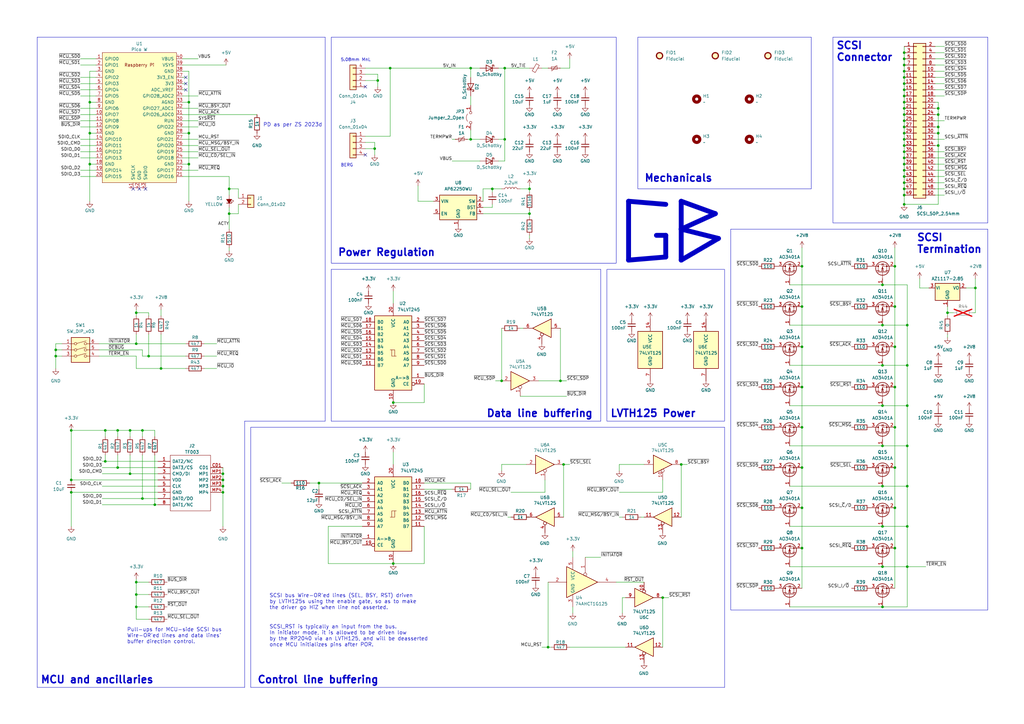
<source format=kicad_sch>
(kicad_sch (version 20230121) (generator eeschema)
  (paper "A3")
  (title_block (title "GBSCSI 2") (date "2025-03-10") (rev "1.1") (comment 1 "Drawn by; George Rudolf Mezzomo") (comment 2 "GBSCSI model 2, 3.5\" form factor"))
  (junction (at 370.84 49.53))
  (junction (at 361.95 182.88))
  (junction (at 370.84 69.85))
  (junction (at 271.78 245.11))
  (junction (at 43.18 189.23))
  (junction (at 370.84 41.91))
  (junction (at 22.86 146.05))
  (junction (at 153.67 60.96))
  (junction (at 48.26 176.53))
  (junction (at 370.84 24.13))
  (junction (at 207.01 27.94))
  (junction (at 370.84 46.99))
  (junction (at 193.04 57.15))
  (junction (at 367.03 191.77))
  (junction (at 55.88 128.27))
  (junction (at 370.84 52.07))
  (junction (at 48.26 191.77))
  (junction (at 370.84 64.77))
  (junction (at 367.03 224.79))
  (junction (at 370.84 21.59))
  (junction (at 77.47 67.31))
  (junction (at 63.5 207.01))
  (junction (at 370.84 83.82))
  (junction (at 217.17 87.63))
  (junction (at 370.84 59.69))
  (junction (at 370.84 72.39))
  (junction (at 361.95 232.41))
  (junction (at 370.84 57.15))
  (junction (at 328.93 191.77))
  (junction (at 372.11 232.41))
  (junction (at 160.02 27.94))
  (junction (at 370.84 74.93))
  (junction (at 55.88 238.76))
  (junction (at 328.93 175.26))
  (junction (at 361.95 166.37))
  (junction (at 372.11 166.37))
  (junction (at 55.88 140.97))
  (junction (at 77.47 54.61))
  (junction (at 231.14 190.5))
  (junction (at 53.34 194.31))
  (junction (at 384.81 52.07))
  (junction (at 370.84 67.31))
  (junction (at 367.03 175.26))
  (junction (at 29.21 201.93))
  (junction (at 328.93 224.79))
  (junction (at 370.84 80.01))
  (junction (at 91.44 199.39))
  (junction (at 367.03 125.73))
  (junction (at 370.84 31.75))
  (junction (at 384.81 44.45))
  (junction (at 370.84 29.21))
  (junction (at 43.18 176.53))
  (junction (at 55.88 248.92))
  (junction (at 372.11 199.39))
  (junction (at 36.83 67.31))
  (junction (at 367.03 109.22))
  (junction (at 91.44 196.85))
  (junction (at 384.81 46.99))
  (junction (at 328.93 109.22))
  (junction (at 205.74 156.21))
  (junction (at 328.93 208.28))
  (junction (at 367.03 208.28))
  (junction (at 361.95 215.9))
  (junction (at 328.93 125.73))
  (junction (at 93.98 77.47))
  (junction (at 207.01 57.15))
  (junction (at 400.05 118.11))
  (junction (at 91.44 194.31))
  (junction (at 55.88 243.84))
  (junction (at 361.95 149.86))
  (junction (at 91.44 201.93))
  (junction (at 161.29 165.1))
  (junction (at 361.95 248.92))
  (junction (at 77.47 41.91))
  (junction (at 372.11 182.88))
  (junction (at 384.81 54.61))
  (junction (at 130.81 198.12))
  (junction (at 361.95 199.39))
  (junction (at 229.87 156.21))
  (junction (at 154.94 33.02))
  (junction (at 66.04 151.13))
  (junction (at 53.34 176.53))
  (junction (at 328.93 142.24))
  (junction (at 93.98 87.63))
  (junction (at 193.04 27.94))
  (junction (at 367.03 142.24))
  (junction (at 36.83 41.91))
  (junction (at 370.84 39.37))
  (junction (at 161.29 231.14))
  (junction (at 201.93 77.47))
  (junction (at 372.11 149.86))
  (junction (at 370.84 44.45))
  (junction (at 388.62 128.27))
  (junction (at 58.42 176.53))
  (junction (at 370.84 36.83))
  (junction (at 279.4 190.5))
  (junction (at 372.11 215.9))
  (junction (at 370.84 34.29))
  (junction (at 370.84 54.61))
  (junction (at 36.83 54.61))
  (junction (at 372.11 133.35))
  (junction (at 22.86 143.51))
  (junction (at 58.42 204.47))
  (junction (at 29.21 196.85))
  (junction (at 370.84 62.23))
  (junction (at 370.84 26.67))
  (junction (at 361.95 116.84))
  (junction (at 367.03 158.75))
  (junction (at 217.17 77.47))
  (junction (at 384.81 59.69))
  (junction (at 60.96 146.05))
  (junction (at 361.95 133.35))
  (junction (at 29.21 176.53))
  (junction (at 224.79 265.43))
  (junction (at 328.93 158.75))
  (junction (at 370.84 77.47))
  (no_connect (at 76.2 36.83))
  (no_connect (at 54.61 77.47))
  (no_connect (at 149.86 35.56))
  (no_connect (at 76.2 34.29))
  (no_connect (at 76.2 31.75))
  (no_connect (at 149.86 63.5))
  (no_connect (at 59.69 77.47))
  (no_connect (at 57.15 77.47))
  (wire (pts (xy 93.98 85.09) (xy 93.98 87.63)))
  (wire (pts (xy 372.11 149.86) (xy 372.11 166.37)))
  (wire (pts (xy 217.17 76.2) (xy 217.17 77.47)))
  (wire (pts (xy 29.21 176.53) (xy 43.18 176.53)))
  (wire (pts (xy 39.37 62.23) (xy 33.02 62.23)))
  (wire (pts (xy 55.88 140.97) (xy 76.2 140.97)))
  (wire (pts (xy 149.86 27.94) (xy 160.02 27.94)))
  (wire (pts (xy 240.03 228.6) (xy 246.38 228.6)))
  (wire (pts (xy 367.03 142.24) (xy 367.03 158.75)))
  (wire (pts (xy 387.35 34.29) (xy 383.54 34.29)))
  (wire (pts (xy 48.26 176.53) (xy 43.18 176.53)))
  (wire (pts (xy 97.79 87.63) (xy 93.98 87.63)))
  (wire (pts (xy 130.81 198.12) (xy 148.59 198.12)))
  (wire (pts (xy 134.62 215.9) (xy 134.62 231.14)))
  (wire (pts (xy 41.91 191.77) (xy 48.26 191.77)))
  (wire (pts (xy 384.81 54.61) (xy 383.54 54.61)))
  (wire (pts (xy 41.91 204.47) (xy 58.42 204.47)))
  (wire (pts (xy 55.88 238.76) (xy 55.88 237.49)))
  (wire (pts (xy 64.77 201.93) (xy 29.21 201.93)))
  (wire (pts (xy 60.96 248.92) (xy 55.88 248.92)))
  (wire (pts (xy 74.93 29.21) (xy 77.47 29.21)))
  (wire (pts (xy 254 212.09) (xy 255.27 212.09)))
  (polyline (pts (xy 100.33 281.94) (xy 100.33 172.72)))
  (wire (pts (xy 173.99 231.14) (xy 173.99 215.9)))
  (wire (pts (xy 323.85 248.92) (xy 361.95 248.92)))
  (wire (pts (xy 83.82 151.13) (xy 88.9 151.13)))
  (wire (pts (xy 367.03 208.28) (xy 367.03 224.79)))
  (wire (pts (xy 370.84 77.47) (xy 370.84 80.01)))
  (wire (pts (xy 234.95 251.46) (xy 234.95 248.92)))
  (polyline (pts (xy 297.18 281.94) (xy 297.18 175.26)))
  (wire (pts (xy 22.86 146.05) (xy 25.4 146.05)))
  (wire (pts (xy 53.34 176.53) (xy 48.26 176.53)))
  (wire (pts (xy 193.04 39.37) (xy 193.04 43.18)))
  (wire (pts (xy 161.29 185.42) (xy 161.29 190.5)))
  (wire (pts (xy 233.68 190.5) (xy 231.14 190.5)))
  (wire (pts (xy 384.81 52.07) (xy 383.54 52.07)))
  (polyline (pts (xy 15.24 15.24) (xy 15.24 281.94)))
  (wire (pts (xy 207.01 66.04) (xy 204.47 66.04)))
  (wire (pts (xy 328.93 158.75) (xy 328.93 175.26)))
  (wire (pts (xy 74.93 44.45) (xy 81.28 44.45)))
  (polyline (pts (xy 133.35 172.72) (xy 133.35 15.24)))
  (wire (pts (xy 97.79 87.63) (xy 97.79 83.82)))
  (wire (pts (xy 323.85 182.88) (xy 361.95 182.88)))
  (wire (pts (xy 40.64 143.51) (xy 58.42 143.51)))
  (wire (pts (xy 149.86 33.02) (xy 154.94 33.02)))
  (wire (pts (xy 388.62 137.16) (xy 388.62 138.43)))
  (wire (pts (xy 372.11 166.37) (xy 372.11 182.88)))
  (wire (pts (xy 41.91 194.31) (xy 53.34 194.31)))
  (wire (pts (xy 361.95 199.39) (xy 372.11 199.39)))
  (wire (pts (xy 39.37 64.77) (xy 33.02 64.77)))
  (wire (pts (xy 33.02 34.29) (xy 39.37 34.29)))
  (wire (pts (xy 58.42 143.51) (xy 58.42 146.05)))
  (wire (pts (xy 387.35 80.01) (xy 383.54 80.01)))
  (wire (pts (xy 63.5 176.53) (xy 63.5 179.07)))
  (wire (pts (xy 36.83 41.91) (xy 36.83 54.61)))
  (wire (pts (xy 93.98 77.47) (xy 93.98 80.01)))
  (wire (pts (xy 74.93 46.99) (xy 105.41 46.99)))
  (wire (pts (xy 53.34 194.31) (xy 64.77 194.31)))
  (wire (pts (xy 396.24 118.11) (xy 400.05 118.11)))
  (wire (pts (xy 22.86 143.51) (xy 22.86 146.05)))
  (wire (pts (xy 173.99 198.12) (xy 193.04 198.12)))
  (wire (pts (xy 55.88 248.92) (xy 55.88 243.84)))
  (wire (pts (xy 370.84 67.31) (xy 370.84 69.85)))
  (polyline (pts (xy 294.64 97.79) (xy 279.4 93.98)) (stroke (width 2)))
  (wire (pts (xy 387.35 29.21) (xy 383.54 29.21)))
  (wire (pts (xy 201.93 77.47) (xy 201.93 78.74)))
  (wire (pts (xy 328.93 191.77) (xy 328.93 208.28)))
  (wire (pts (xy 177.8 82.55) (xy 171.45 82.55)))
  (wire (pts (xy 254 201.93) (xy 271.78 201.93)))
  (polyline (pts (xy 246.38 110.49) (xy 135.89 110.49)))
  (wire (pts (xy 387.35 36.83) (xy 383.54 36.83)))
  (wire (pts (xy 39.37 72.39) (xy 33.02 72.39)))
  (wire (pts (xy 370.84 62.23) (xy 370.84 64.77)))
  (wire (pts (xy 43.18 189.23) (xy 64.77 189.23)))
  (wire (pts (xy 22.86 146.05) (xy 22.86 151.13)))
  (wire (pts (xy 222.25 27.94) (xy 224.79 27.94)))
  (polyline (pts (xy 257.81 82.55) (xy 257.81 106.68)) (stroke (width 2)))
  (wire (pts (xy 384.81 59.69) (xy 384.81 83.82)))
  (wire (pts (xy 255.27 245.11) (xy 255.27 251.46)))
  (wire (pts (xy 217.17 27.94) (xy 207.01 27.94)))
  (wire (pts (xy 201.93 77.47) (xy 205.74 77.47)))
  (polyline (pts (xy 279.4 106.68) (xy 294.64 97.79)) (stroke (width 2)))
  (wire (pts (xy 207.01 27.94) (xy 207.01 57.15)))
  (wire (pts (xy 391.16 128.27) (xy 388.62 128.27)))
  (wire (pts (xy 213.36 77.47) (xy 217.17 77.47)))
  (polyline (pts (xy 273.05 83.82) (xy 257.81 82.55)) (stroke (width 2)))
  (wire (pts (xy 198.12 87.63) (xy 217.17 87.63)))
  (wire (pts (xy 48.26 186.69) (xy 48.26 191.77)))
  (wire (pts (xy 88.9 146.05) (xy 83.82 146.05)))
  (wire (pts (xy 367.03 175.26) (xy 367.03 191.77)))
  (wire (pts (xy 384.81 41.91) (xy 383.54 41.91)))
  (wire (pts (xy 29.21 196.85) (xy 29.21 176.53)))
  (wire (pts (xy 41.91 189.23) (xy 43.18 189.23)))
  (wire (pts (xy 127 198.12) (xy 130.81 198.12)))
  (wire (pts (xy 271.78 245.11) (xy 271.78 265.43)))
  (wire (pts (xy 361.95 232.41) (xy 372.11 232.41)))
  (wire (pts (xy 41.91 199.39) (xy 64.77 199.39)))
  (polyline (pts (xy 279.4 82.55) (xy 293.37 87.63)) (stroke (width 2)))
  (wire (pts (xy 323.85 199.39) (xy 361.95 199.39)))
  (wire (pts (xy 361.95 182.88) (xy 372.11 182.88)))
  (wire (pts (xy 381 118.11) (xy 377.19 118.11)))
  (wire (pts (xy 205.74 190.5) (xy 205.74 193.04)))
  (wire (pts (xy 384.81 41.91) (xy 384.81 44.45)))
  (wire (pts (xy 207.01 57.15) (xy 204.47 57.15)))
  (wire (pts (xy 53.34 186.69) (xy 53.34 194.31)))
  (polyline (pts (xy 246.38 172.72) (xy 246.38 110.49)))
  (polyline (pts (xy 102.87 175.26) (xy 297.18 175.26)))
  (wire (pts (xy 41.91 207.01) (xy 63.5 207.01)))
  (wire (pts (xy 224.79 238.76) (xy 224.79 265.43)))
  (wire (pts (xy 234.95 226.06) (xy 234.95 228.6)))
  (wire (pts (xy 25.4 140.97) (xy 22.86 140.97)))
  (wire (pts (xy 97.79 77.47) (xy 93.98 77.47)))
  (wire (pts (xy 185.42 66.04) (xy 196.85 66.04)))
  (wire (pts (xy 76.2 36.83) (xy 74.93 36.83)))
  (wire (pts (xy 39.37 59.69) (xy 33.02 59.69)))
  (polyline (pts (xy 135.89 110.49) (xy 135.89 172.72)))
  (wire (pts (xy 217.17 96.52) (xy 217.17 97.79)))
  (wire (pts (xy 43.18 186.69) (xy 43.18 189.23)))
  (wire (pts (xy 361.95 215.9) (xy 372.11 215.9)))
  (wire (pts (xy 328.93 208.28) (xy 328.93 224.79)))
  (wire (pts (xy 66.04 151.13) (xy 55.88 151.13)))
  (wire (pts (xy 74.93 41.91) (xy 77.47 41.91)))
  (wire (pts (xy 204.47 27.94) (xy 207.01 27.94)))
  (wire (pts (xy 76.2 31.75) (xy 74.93 31.75)))
  (wire (pts (xy 361.95 248.92) (xy 372.11 248.92)))
  (wire (pts (xy 217.17 87.63) (xy 217.17 88.9)))
  (wire (pts (xy 328.93 125.73) (xy 328.93 142.24)))
  (wire (pts (xy 205.74 190.5) (xy 215.9 190.5)))
  (wire (pts (xy 149.86 55.88) (xy 160.02 55.88)))
  (wire (pts (xy 130.81 200.66) (xy 130.81 198.12)))
  (wire (pts (xy 171.45 82.55) (xy 171.45 76.2)))
  (wire (pts (xy 36.83 41.91) (xy 39.37 41.91)))
  (polyline (pts (xy 279.4 82.55) (xy 279.4 106.68)) (stroke (width 2)))
  (wire (pts (xy 160.02 27.94) (xy 193.04 27.94)))
  (wire (pts (xy 262.89 212.09) (xy 264.16 212.09)))
  (wire (pts (xy 361.95 133.35) (xy 372.11 133.35)))
  (wire (pts (xy 370.84 46.99) (xy 370.84 49.53)))
  (wire (pts (xy 201.93 77.47) (xy 198.12 77.47)))
  (wire (pts (xy 198.12 85.09) (xy 201.93 85.09)))
  (wire (pts (xy 66.04 127) (xy 66.04 129.54)))
  (wire (pts (xy 134.62 231.14) (xy 161.29 231.14)))
  (wire (pts (xy 323.85 166.37) (xy 361.95 166.37)))
  (wire (pts (xy 60.96 129.54) (xy 60.96 128.27)))
  (wire (pts (xy 66.04 137.16) (xy 66.04 151.13)))
  (wire (pts (xy 154.94 33.02) (xy 154.94 35.56)))
  (wire (pts (xy 58.42 176.53) (xy 63.5 176.53)))
  (wire (pts (xy 74.93 24.13) (xy 81.28 24.13)))
  (wire (pts (xy 91.44 199.39) (xy 91.44 201.93)))
  (wire (pts (xy 387.35 26.67) (xy 383.54 26.67)))
  (wire (pts (xy 370.84 21.59) (xy 370.84 24.13)))
  (wire (pts (xy 252.73 238.76) (xy 264.16 238.76)))
  (wire (pts (xy 55.88 127) (xy 55.88 128.27)))
  (wire (pts (xy 198.12 77.47) (xy 198.12 82.55)))
  (wire (pts (xy 372.11 232.41) (xy 379.73 232.41)))
  (wire (pts (xy 279.4 190.5) (xy 279.4 212.09)))
  (wire (pts (xy 40.64 146.05) (xy 55.88 146.05)))
  (wire (pts (xy 33.02 44.45) (xy 39.37 44.45)))
  (wire (pts (xy 387.35 21.59) (xy 383.54 21.59)))
  (wire (pts (xy 53.34 176.53) (xy 58.42 176.53)))
  (wire (pts (xy 191.77 57.15) (xy 193.04 57.15)))
  (wire (pts (xy 148.59 215.9) (xy 134.62 215.9)))
  (wire (pts (xy 328.93 142.24) (xy 328.93 158.75)))
  (wire (pts (xy 229.87 27.94) (xy 233.68 27.94)))
  (wire (pts (xy 149.86 58.42) (xy 153.67 58.42)))
  (wire (pts (xy 40.64 140.97) (xy 55.88 140.97)))
  (polyline (pts (xy 293.37 87.63) (xy 293.37 87.63)) (stroke (width 2)))
  (wire (pts (xy 77.47 54.61) (xy 77.47 67.31)))
  (wire (pts (xy 370.84 74.93) (xy 370.84 77.47)))
  (wire (pts (xy 367.03 191.77) (xy 367.03 208.28)))
  (wire (pts (xy 160.02 55.88) (xy 160.02 27.94)))
  (wire (pts (xy 60.96 254) (xy 55.88 254)))
  (wire (pts (xy 388.62 128.27) (xy 388.62 125.73)))
  (wire (pts (xy 370.84 72.39) (xy 370.84 74.93)))
  (wire (pts (xy 55.88 128.27) (xy 60.96 128.27)))
  (wire (pts (xy 217.17 212.09) (xy 215.9 212.09)))
  (wire (pts (xy 367.03 109.22) (xy 367.03 125.73)))
  (wire (pts (xy 328.93 224.79) (xy 328.93 241.3)))
  (wire (pts (xy 115.57 198.12) (xy 119.38 198.12)))
  (wire (pts (xy 193.04 57.15) (xy 196.85 57.15)))
  (wire (pts (xy 323.85 133.35) (xy 361.95 133.35)))
  (wire (pts (xy 224.79 265.43) (xy 226.06 265.43)))
  (wire (pts (xy 400.05 118.11) (xy 400.05 114.3)))
  (wire (pts (xy 370.84 41.91) (xy 370.84 44.45)))
  (wire (pts (xy 220.98 156.21) (xy 229.87 156.21)))
  (wire (pts (xy 74.93 57.15) (xy 81.28 57.15)))
  (wire (pts (xy 33.02 36.83) (xy 39.37 36.83)))
  (wire (pts (xy 33.02 31.75) (xy 39.37 31.75)))
  (wire (pts (xy 388.62 129.54) (xy 388.62 128.27)))
  (wire (pts (xy 74.93 26.67) (xy 92.71 26.67)))
  (wire (pts (xy 91.44 196.85) (xy 91.44 199.39)))
  (wire (pts (xy 370.84 49.53) (xy 370.84 52.07)))
  (wire (pts (xy 93.98 101.6) (xy 93.98 102.87)))
  (wire (pts (xy 60.96 137.16) (xy 60.96 146.05)))
  (wire (pts (xy 377.19 118.11) (xy 377.19 114.3)))
  (wire (pts (xy 58.42 176.53) (xy 58.42 179.07)))
  (wire (pts (xy 22.86 140.97) (xy 22.86 143.51)))
  (wire (pts (xy 370.84 80.01) (xy 370.84 83.82)))
  (wire (pts (xy 222.25 265.43) (xy 224.79 265.43)))
  (wire (pts (xy 76.2 151.13) (xy 66.04 151.13)))
  (wire (pts (xy 383.54 59.69) (xy 384.81 59.69)))
  (polyline (pts (xy 102.87 175.26) (xy 102.87 281.94)))
  (wire (pts (xy 76.2 34.29) (xy 74.93 34.29)))
  (wire (pts (xy 328.93 101.6) (xy 328.93 109.22)))
  (wire (pts (xy 58.42 186.69) (xy 58.42 204.47)))
  (wire (pts (xy 43.18 176.53) (xy 43.18 179.07)))
  (wire (pts (xy 370.84 69.85) (xy 370.84 72.39)))
  (wire (pts (xy 91.44 191.77) (xy 91.44 194.31)))
  (wire (pts (xy 154.94 30.48) (xy 154.94 33.02)))
  (polyline (pts (xy 135.89 172.72) (xy 246.38 172.72)))
  (wire (pts (xy 60.96 243.84) (xy 55.88 243.84)))
  (wire (pts (xy 384.81 44.45) (xy 384.81 46.99)))
  (wire (pts (xy 231.14 190.5) (xy 231.14 212.09)))
  (wire (pts (xy 384.81 46.99) (xy 383.54 46.99)))
  (wire (pts (xy 33.02 26.67) (xy 39.37 26.67)))
  (wire (pts (xy 387.35 69.85) (xy 383.54 69.85)))
  (wire (pts (xy 161.29 231.14) (xy 173.99 231.14)))
  (wire (pts (xy 39.37 29.21) (xy 36.83 29.21)))
  (wire (pts (xy 74.93 67.31) (xy 77.47 67.31)))
  (wire (pts (xy 361.95 149.86) (xy 372.11 149.86)))
  (wire (pts (xy 370.84 26.67) (xy 370.84 29.21)))
  (wire (pts (xy 55.88 151.13) (xy 55.88 146.05)))
  (wire (pts (xy 328.93 175.26) (xy 328.93 191.77)))
  (wire (pts (xy 254 190.5) (xy 254 193.04)))
  (wire (pts (xy 60.96 238.76) (xy 55.88 238.76)))
  (wire (pts (xy 185.42 57.15) (xy 186.69 57.15)))
  (wire (pts (xy 55.88 254) (xy 55.88 248.92)))
  (wire (pts (xy 370.84 36.83) (xy 370.84 39.37)))
  (wire (pts (xy 58.42 146.05) (xy 60.96 146.05)))
  (polyline (pts (xy 279.4 93.98) (xy 279.4 93.98)) (stroke (width 2)))
  (wire (pts (xy 36.83 67.31) (xy 39.37 67.31)))
  (wire (pts (xy 323.85 149.86) (xy 361.95 149.86)))
  (wire (pts (xy 233.68 27.94) (xy 233.68 24.13)))
  (wire (pts (xy 370.84 31.75) (xy 370.84 34.29)))
  (wire (pts (xy 55.88 137.16) (xy 55.88 140.97)))
  (polyline (pts (xy 294.64 97.79) (xy 294.64 97.79)) (stroke (width 2)))
  (wire (pts (xy 372.11 182.88) (xy 372.11 199.39)))
  (wire (pts (xy 33.02 49.53) (xy 39.37 49.53)))
  (wire (pts (xy 274.32 245.11) (xy 271.78 245.11)))
  (wire (pts (xy 74.93 54.61) (xy 77.47 54.61)))
  (wire (pts (xy 281.94 190.5) (xy 279.4 190.5)))
  (wire (pts (xy 36.83 29.21) (xy 36.83 41.91)))
  (wire (pts (xy 36.83 54.61) (xy 36.83 67.31)))
  (wire (pts (xy 370.84 24.13) (xy 370.84 26.67)))
  (wire (pts (xy 323.85 232.41) (xy 361.95 232.41)))
  (wire (pts (xy 372.11 215.9) (xy 372.11 232.41)))
  (wire (pts (xy 384.81 52.07) (xy 384.81 54.61)))
  (polyline (pts (xy 100.33 172.72) (xy 133.35 172.72)))
  (wire (pts (xy 203.2 156.21) (xy 205.74 156.21)))
  (wire (pts (xy 55.88 243.84) (xy 55.88 238.76)))
  (wire (pts (xy 153.67 60.96) (xy 153.67 63.5)))
  (wire (pts (xy 193.04 53.34) (xy 193.04 57.15)))
  (wire (pts (xy 74.93 69.85) (xy 81.28 69.85)))
  (wire (pts (xy 33.02 39.37) (xy 39.37 39.37)))
  (wire (pts (xy 213.36 134.62) (xy 214.63 134.62)))
  (wire (pts (xy 387.35 31.75) (xy 383.54 31.75)))
  (wire (pts (xy 193.04 200.66) (xy 193.04 198.12)))
  (wire (pts (xy 91.44 201.93) (xy 91.44 215.9)))
  (wire (pts (xy 77.47 41.91) (xy 77.47 54.61)))
  (wire (pts (xy 233.68 265.43) (xy 256.54 265.43)))
  (polyline (pts (xy 15.24 281.94) (xy 100.33 281.94)))
  (wire (pts (xy 33.02 46.99) (xy 39.37 46.99)))
  (wire (pts (xy 173.99 157.48) (xy 173.99 165.1)))
  (wire (pts (xy 372.11 199.39) (xy 372.11 215.9)))
  (wire (pts (xy 93.98 87.63) (xy 93.98 93.98)))
  (wire (pts (xy 384.81 46.99) (xy 384.81 52.07)))
  (wire (pts (xy 196.85 27.94) (xy 193.04 27.94)))
  (wire (pts (xy 217.17 86.36) (xy 217.17 87.63)))
  (wire (pts (xy 55.88 128.27) (xy 55.88 129.54)))
  (wire (pts (xy 400.05 128.27) (xy 400.05 118.11)))
  (wire (pts (xy 264.16 190.5) (xy 254 190.5)))
  (wire (pts (xy 372.11 232.41) (xy 372.11 248.92)))
  (wire (pts (xy 91.44 194.31) (xy 91.44 196.85)))
  (wire (pts (xy 383.54 57.15) (xy 387.35 57.15)))
  (wire (pts (xy 39.37 69.85) (xy 33.02 69.85)))
  (polyline (pts (xy 269.24 96.52) (xy 273.05 96.52)) (stroke (width 2)))
  (wire (pts (xy 229.87 134.62) (xy 229.87 156.21)))
  (wire (pts (xy 370.84 44.45) (xy 370.84 46.99)))
  (wire (pts (xy 208.28 212.09) (xy 209.55 212.09)))
  (wire (pts (xy 74.93 39.37) (xy 81.28 39.37)))
  (wire (pts (xy 149.86 60.96) (xy 153.67 60.96)))
  (polyline (pts (xy 279.4 93.98) (xy 293.37 87.63)) (stroke (width 2)))
  (wire (pts (xy 370.84 54.61) (xy 370.84 57.15)))
  (wire (pts (xy 271.78 201.93) (xy 271.78 196.85)))
  (wire (pts (xy 256.54 245.11) (xy 255.27 245.11)))
  (wire (pts (xy 367.03 158.75) (xy 367.03 175.26)))
  (wire (pts (xy 74.93 64.77) (xy 81.28 64.77)))
  (wire (pts (xy 74.93 62.23) (xy 81.28 62.23)))
  (wire (pts (xy 387.35 74.93) (xy 383.54 74.93)))
  (wire (pts (xy 387.35 67.31) (xy 383.54 67.31)))
  (wire (pts (xy 36.83 67.31) (xy 36.83 82.55)))
  (wire (pts (xy 36.83 54.61) (xy 39.37 54.61)))
  (wire (pts (xy 74.93 59.69) (xy 81.28 59.69)))
  (wire (pts (xy 328.93 109.22) (xy 328.93 125.73)))
  (wire (pts (xy 370.84 59.69) (xy 370.84 62.23)))
  (wire (pts (xy 367.03 101.6) (xy 367.03 109.22)))
  (wire (pts (xy 53.34 176.53) (xy 53.34 179.07)))
  (wire (pts (xy 63.5 186.69) (xy 63.5 207.01)))
  (wire (pts (xy 232.41 162.56) (xy 213.36 162.56)))
  (wire (pts (xy 370.84 19.05) (xy 370.84 21.59)))
  (wire (pts (xy 370.84 29.21) (xy 370.84 31.75)))
  (wire (pts (xy 323.85 215.9) (xy 361.95 215.9)))
  (wire (pts (xy 39.37 57.15) (xy 33.02 57.15)))
  (wire (pts (xy 384.81 44.45) (xy 383.54 44.45)))
  (wire (pts (xy 387.35 72.39) (xy 383.54 72.39)))
  (wire (pts (xy 370.84 52.07) (xy 370.84 54.61)))
  (wire (pts (xy 161.29 119.38) (xy 161.29 124.46)))
  (wire (pts (xy 33.02 52.07) (xy 39.37 52.07)))
  (wire (pts (xy 384.81 54.61) (xy 384.81 59.69)))
  (wire (pts (xy 232.41 156.21) (xy 229.87 156.21)))
  (wire (pts (xy 63.5 207.01) (xy 64.77 207.01)))
  (wire (pts (xy 372.11 116.84) (xy 372.11 133.35)))
  (wire (pts (xy 223.52 201.93) (xy 223.52 196.85)))
  (polyline (pts (xy 102.87 281.94) (xy 297.18 281.94)))
  (wire (pts (xy 64.77 196.85) (xy 29.21 196.85)))
  (wire (pts (xy 387.35 24.13) (xy 383.54 24.13)))
  (wire (pts (xy 74.93 52.07) (xy 81.28 52.07)))
  (wire (pts (xy 383.54 49.53) (xy 387.35 49.53)))
  (wire (pts (xy 185.42 200.66) (xy 173.99 200.66)))
  (wire (pts (xy 33.02 24.13) (xy 39.37 24.13)))
  (wire (pts (xy 370.84 39.37) (xy 370.84 41.91)))
  (wire (pts (xy 387.35 39.37) (xy 383.54 39.37)))
  (wire (pts (xy 93.98 72.39) (xy 93.98 77.47)))
  (wire (pts (xy 74.93 49.53) (xy 81.28 49.53)))
  (wire (pts (xy 370.84 34.29) (xy 370.84 36.83)))
  (polyline (pts (xy 257.81 106.68) (xy 273.05 105.41)) (stroke (width 2)))
  (wire (pts (xy 367.03 224.79) (xy 367.03 241.3)))
  (wire (pts (xy 29.21 201.93) (xy 29.21 215.9)))
  (wire (pts (xy 383.54 62.23) (xy 387.35 62.23)))
  (wire (pts (xy 207.01 57.15) (xy 207.01 66.04)))
  (wire (pts (xy 48.26 191.77) (xy 64.77 191.77)))
  (wire (pts (xy 22.86 143.51) (xy 25.4 143.51)))
  (wire (pts (xy 88.9 140.97) (xy 83.82 140.97)))
  (wire (pts (xy 201.93 85.09) (xy 201.93 83.82)))
  (wire (pts (xy 387.35 77.47) (xy 383.54 77.47)))
  (wire (pts (xy 323.85 116.84) (xy 361.95 116.84)))
  (wire (pts (xy 205.74 134.62) (xy 205.74 156.21)))
  (wire (pts (xy 361.95 116.84) (xy 372.11 116.84)))
  (wire (pts (xy 97.79 81.28) (xy 97.79 77.47)))
  (wire (pts (xy 209.55 201.93) (xy 223.52 201.93)))
  (wire (pts (xy 74.93 72.39) (xy 93.98 72.39)))
  (wire (pts (xy 361.95 166.37) (xy 372.11 166.37)))
  (wire (pts (xy 149.86 30.48) (xy 154.94 30.48)))
  (wire (pts (xy 77.47 29.21) (xy 77.47 41.91)))
  (wire (pts (xy 387.35 64.77) (xy 383.54 64.77)))
  (wire (pts (xy 398.78 128.27) (xy 400.05 128.27)))
  (wire (pts (xy 372.11 133.35) (xy 372.11 149.86)))
  (wire (pts (xy 173.99 165.1) (xy 161.29 165.1)))
  (wire (pts (xy 370.84 57.15) (xy 370.84 59.69)))
  (wire (pts (xy 77.47 67.31) (xy 77.47 82.55)))
  (wire (pts (xy 48.26 179.07) (xy 48.26 176.53)))
  (polyline (pts (xy 273.05 105.41) (xy 273.05 96.52)) (stroke (width 2)))
  (wire (pts (xy 370.84 83.82) (xy 384.81 83.82)))
  (wire (pts (xy 217.17 77.47) (xy 217.17 78.74)))
  (wire (pts (xy 370.84 64.77) (xy 370.84 67.31)))
  (wire (pts (xy 153.67 58.42) (xy 153.67 60.96)))
  (wire (pts (xy 58.42 204.47) (xy 64.77 204.47)))
  (polyline (pts (xy 133.35 15.24) (xy 15.24 15.24)))
  (wire (pts (xy 367.03 125.73) (xy 367.03 142.24)))
  (wire (pts (xy 193.04 27.94) (xy 193.04 31.75)))
  (wire (pts (xy 60.96 146.05) (xy 76.2 146.05)))
  (wire (pts (xy 387.35 19.05) (xy 383.54 19.05)))
  (rectangle (start 299.72 93.98) (end 405.13 250.19))
  (rectangle (start 261.62 15.24) (end 332.74 77.47))
  (rectangle (start 248.92 110.49) (end 297.18 172.72))
  (rectangle (start 341.63 15.24) (end 405.13 91.44))
  (rectangle (start 135.89 15.24) (end 252.73 107.95))
  (text "PD as per ZS 2023d\n\n" (at 107.95 54.61 0) (effects (font (size 1.524 1.524)) (justify left bottom)))
  (text "Pull-ups for MCU-side SCSI bus\nWire-OR'ed lines and data lines'\nbuffer direction control." (at 52.07 264.16 0) (effects (font (size 1.524 1.524)) (justify left bottom)))
  (text "MCU and ancillaries" (at 16.51 280.67 0) (effects (font (size 3 3) (thickness 0.6) bold) (justify left bottom)))
  (text "SCSI_RST is typically an input from the bus.\nIn initiator mode, it is allowed to be driven low\nby the RP2040 via an LVTH125, and will be deasserted\nonce MCU initializes pins after POR." (at 110.49 265.43 0) (effects (font (size 1.524 1.524)) (justify left bottom)))
  (text "Data line buffering" (at 199.39 171.45 0) (effects (font (size 3 3) (thickness 0.6) bold) (justify left bottom)))
  (text "LVTH125 Power" (at 250.19 171.45 0) (effects (font (size 3 3) (thickness 0.6) bold) (justify left bottom)))
  (text "5.08mm MnL" (at 139.7 25.4 0) (effects (font (size 1.27 1.27)) (justify left bottom)))
  (text "Power Regulation" (at 138.43 105.41 0) (effects (font (size 3 3) (thickness 0.6) bold) (justify left bottom)))
  (text "SCSI\nConnector" (at 342.9 25.4 0) (effects (font (size 3 3) (thickness 0.6) bold) (justify left bottom)))
  (text "BERG" (at 139.7 68.58 0) (effects (font (size 1.27 1.27)) (justify left bottom)))
  (text "Mechanicals" (at 264.16 74.93 0) (effects (font (size 3 3) (thickness 0.6) bold) (justify left bottom)))
  (text "Control line buffering" (at 105.41 280.67 0) (effects (font (size 3 3) (thickness 0.6) bold) (justify left bottom)))
  (text "SCSI bus Wire-OR'ed lines (SEL, BSY, RST) driven\nby LVTH125s using the enable gate, so as to make\nthe driver go HiZ when line not asserted." (at 110.49 250.19 0) (effects (font (size 1.524 1.524)) (justify left bottom)))
  (text "SCSI\nTermination" (at 375.92 104.14 0) (effects (font (size 3 3) (thickness 0.6) bold) (justify left bottom)))
  (label "~{SCSI_BSY}" (at 349.25 125.73 180))
  (label "~{MCU_REQ}" (at 88.9 146.05 0))
  (label "~{MCU_SD5}" (at 148.59 137.16 180))
  (label "~{MCU_CD{slash}SEL_IN}" (at 208.28 212.09 180))
  (label "~{SCSI_MSG}" (at 387.35 69.85 0))
  (label "~{INITIATOR}" (at 148.59 220.98 180))
  (label "~{SCSI_SD5}" (at 173.99 137.16 0))
  (label "SDIO_D3" (at 33.02 72.39 180))
  (label "~{BUS_DIR}" (at 173.99 154.94 0))
  (label "5V_IN" (at 181.61 27.94 0))
  (label "SDIO_CMD" (at 41.91 194.31 180))
  (label "VBUS" (at 185.42 66.04 180))
  (label "~{DEBUG}" (at 44.45 143.51 0))
  (label "SDIO_D2" (at 41.91 189.23 180))
  (label "~{MCU_ACK}" (at 173.99 198.12 0))
  (label "~{SCSI_SD4}" (at 173.99 139.7 0))
  (label "~{SCSI_SD3}" (at 311.15 158.75 180))
  (label "SCSI_~{REQ}" (at 349.25 224.79 180))
  (label "~{SCSI_SDP}" (at 387.35 39.37 0))
  (label "~{SCSI_SD2}" (at 173.99 144.78 0))
  (label "~{MCU_IO}" (at 148.59 208.28 180))
  (label "~{SCSI_SD7}" (at 311.15 224.79 180))
  (label "~{SCSI_SD7}" (at 387.35 36.83 0))
  (label "VBUS" (at 81.28 24.13 0))
  (label "~{SCSI_SD0}" (at 311.15 109.22 180))
  (label "~{INITIATOR}" (at 246.38 228.6 0))
  (label "~{SCSI_SD1}" (at 173.99 147.32 0))
  (label "~{MCU_SD7}" (at 33.02 46.99 180))
  (label "~{INITIATOR}" (at 44.45 140.97 0))
  (label "~{SCSI_SDP}" (at 311.15 241.3 180))
  (label "~{MCU_IO}" (at 81.28 52.07 0))
  (label "~{MCU_SD3}" (at 33.02 34.29 180))
  (label "~{BUS_DIR}" (at 33.02 52.07 180))
  (label "SYS~{RST}" (at 81.28 49.53 0))
  (label "~{SCSI_MSG}" (at 173.99 213.36 0))
  (label "~{SCSI_ACK}" (at 115.57 198.12 180))
  (label "~{MCU_SD5}" (at 33.02 39.37 180))
  (label "~{MCU_ACK}" (at 81.28 46.99 0))
  (label "SDIO_D1" (at 33.02 64.77 180))
  (label "SCSI_~{ATTN}" (at 349.25 109.22 180))
  (label "SCSI_~{REQ}" (at 173.99 203.2 0))
  (label "~{SCSI_SEL}" (at 233.68 190.5 0))
  (label "~{MCU_SD1}" (at 148.59 147.32 180))
  (label "SCSI_I{slash}~{O} " (at 349.25 241.3 180))
  (label "TERMPWR" (at 387.35 49.53 0))
  (label "SCSI_I{slash}~{O} " (at 387.35 80.01 0))
  (label "SCSI_I{slash}~{O} " (at 173.99 208.28 0))
  (label "~{MCU_SD3}" (at 148.59 142.24 180))
  (label "SDIO_D1" (at 41.91 207.01 180))
  (label "~{SCSI_SD7}" (at 173.99 132.08 0))
  (label "~{MCU_REQ}" (at 148.59 203.2 180))
  (label "~{SCSI_ACK}" (at 349.25 142.24 180))
  (label "SCSI_~{C}{slash}D" (at 387.35 74.93 0))
  (label "~{MCU_ATTN}" (at 81.28 39.37 0))
  (label "~{SCSI_SD1}" (at 387.35 21.59 0))
  (label "~{TERM_EN}" (at 44.45 146.05 0))
  (label "~{MCU_SEL_OUT}" (at 81.28 62.23 0))
  (label "SDIO_D0" (at 41.91 204.47 180))
  (label "~{MCU_BSY_OUT}" (at 81.28 44.45 0))
  (label "~{SCSI_SEL}" (at 387.35 72.39 0))
  (label "~{SCSI_SD3}" (at 387.35 26.67 0))
  (label "~{MCU_SD4}" (at 33.02 36.83 180))
  (label "~{SCSI_BSY}" (at 387.35 62.23 0))
  (label "~{MCU_ATTN}" (at 88.9 140.97 0))
  (label "5V_TIE" (at 209.55 27.94 0))
  (label "SDIO_CLK" (at 41.91 199.39 180))
  (label "~{MCU_CD{slash}SEL_IN}" (at 148.59 205.74 180))
  (label "SDIO_D2" (at 33.02 69.85 180))
  (label "~{SCSI_SD0}" (at 173.99 149.86 0))
  (label "SCSI_~{ATTN}" (at 387.35 57.15 0))
  (label "~{MCU_SD2}" (at 33.02 31.75 180))
  (label "~{MCU_SEL_OUT}" (at 68.58 254 0))
  (label "~{MCU_REQ}" (at 81.28 69.85 0))
  (label "MCU_RST" (at 222.25 265.43 180))
  (label "~{SCSI_SD3}" (at 173.99 142.24 0))
  (label "SCSI_~{ATTN}" (at 148.59 210.82 180))
  (label "~{MCU_SD4}" (at 148.59 139.7 180))
  (label "SDIO_D0" (at 33.02 62.23 180))
  (label "SDIO_CMD" (at 33.02 59.69 180))
  (label "~{SCSI_SD6}" (at 173.99 134.62 0))
  (label "~{MCU_BSY_OUT}" (at 148.59 223.52 180))
  (label "SDIO_D3" (at 41.91 191.77 180))
  (label "~{SCSI_SD5}" (at 387.35 31.75 0))
  (label "~{SCSI_SD5}" (at 311.15 191.77 180))
  (label "~{MCU_SD7}" (at 148.59 132.08 180))
  (label "~{SCSI_SD2}" (at 387.35 24.13 0))
  (label "~{MCU_MSG{slash}BSY_IN}" (at 254 212.09 180))
  (label "~{MCU_SEL_OUT}" (at 209.55 201.93 180))
  (label "SCSI_~{C}{slash}D" (at 173.99 205.74 0))
  (label "~{SCSI_SD4}" (at 311.15 175.26 180))
  (label "~{MCU_ATTN}" (at 173.99 210.82 0))
  (label "~{MCU_SD6}" (at 148.59 134.62 180))
  (label "~{SCSI_SD4}" (at 387.35 29.21 0))
  (label "~{MCU_CD{slash}SEL_IN}" (at 81.28 64.77 0))
  (label "~{SCSI_RST}" (at 349.25 158.75 180))
  (label "~{SCSI_SD0}" (at 387.35 19.05 0))
  (label "SCSI_~{REQ}" (at 387.35 77.47 0))
  (label "~{SCSI_SD1}" (at 311.15 125.73 180))
  (label "~{SCSI_BSY}" (at 281.94 190.5 0))
  (label "~{SCSI_ACK}" (at 387.35 64.77 0))
  (label "~{MCU_SD6}" (at 33.02 44.45 180))
  (label "~{MCU_BSY_OUT}" (at 68.58 243.84 0))
  (label "~{RST_OUT}" (at 68.58 248.92 0))
  (label "~{RST_OUT}" (at 264.16 238.76 180))
  (label "~{MCU_BSY_OUT}" (at 254 201.93 180))
  (label "~{SCSI_SEL}" (at 349.25 191.77 180))
  (label "~{MCU_IO}" (at 88.9 151.13 0))
  (label "~{SCSI_MSG}" (at 349.25 175.26 180))
  (label "~{MCU_SD2}" (at 148.59 144.78 180))
  (label "~{SCSI_SD2}" (at 311.15 142.24 180))
  (label "~{BUS_DIR}" (at 68.58 238.76 0))
  (label "~{MCU_SDP}" (at 33.02 49.53 180))
  (label "TERMPWR" (at 185.42 57.15 180))
  (label "~{SCSI_RST}" (at 274.32 245.11 0))
  (label "~{SCSI_SD6}" (at 387.35 34.29 0))
  (label "~{MCU_SDP}" (at 203.2 156.21 180))
  (label "~{TERM_EN}" (at 379.73 232.41 0))
  (label "MCU_RST" (at 81.28 57.15 0))
  (label "~{MCU_SD1}" (at 33.02 26.67 180))
  (label "~{SCSI_RST}" (at 387.35 67.31 0))
  (label "~{SCSI_ACK}" (at 148.59 200.66 180))
  (label "SDIO_CLK" (at 33.02 57.15 180))
  (label "SCSI_~{C}{slash}D" (at 349.25 208.28 180))
  (label "ACTY" (at 93.98 92.71 180))
  (label "~{BUS_DIR}" (at 232.41 162.56 0))
  (label "~{SCSI_SD6}" (at 311.15 208.28 180))
  (label "~{MCU_SD0}" (at 33.02 24.13 180))
  (label "~{SCSI_SDP}" (at 232.41 156.21 0))
  (label "~{MCU_MSG{slash}BSY_IN}" (at 81.28 59.69 0))
  (label "~{MCU_SD0}" (at 148.59 149.86 180))
  (label "~{MCU_MSG{slash}BSY_IN}" (at 148.59 213.36 180))
  (symbol (lib_id "power:+5V") (at 92.71 26.67 0) (unit 1)
    (property "Reference" "#PWR013" (effects hide))
    (property "Value" "+5V" (at 92.71 21.59 0))
  )
  (symbol (lib_id "Mechanical:Fiducial") (at 270.51 22.86 0) (unit 1)
    (property "Reference" "FID1" (at 273.05 21.59 0) (effects (justify left)))
    (property "Value" "Fiducial" (at 273.05 24.13 0) (effects (justify left)))
    (property "Footprint" "Fiducial:Fiducial_0.5mm_Mask1mm" (effects hide))
    (property "LCSC" "N/A" (effects hide))
  )
  (symbol (lib_id "74xx:74LS245") (at 161.29 210.82 0) (unit 1)
    (property "Reference" "U3" (at 166.37 190.5 0))
    (property "Value" "74LVT245" (at 168.91 193.04 0))
    (property "Footprint" "Package_SO:SSOP-20_5.3x7.2mm_P0.65mm" (effects hide))
    (property "Datasheet" "http://www.ti.com/lit/gpn/sn74LS245" (effects hide))
    (property "LCSC" "C2652121" (effects hide))
  )
  (symbol (lib_id "power:+3.3V") (at 151.13 119.38 0) (unit 1)
    (property "Reference" "#PWR019" (effects hide))
    (property "Value" "+3.3V" (at 151.13 114.3 0))
  )
  (symbol (lib_id "power:GND") (at 77.47 82.55 0) (unit 1)
    (property "Reference" "#PWR011" (effects hide))
    (property "Value" "GND" (at 77.47 86.36 0))
  )
  (symbol (lib_id "Mechanical:MountingHole") (at 307.34 57.15 0) (unit 1) (in_bom no)
    (property "Reference" "H4" (at 309.88 55.88 0) (effects (justify left)))
    (property "Value" "~" (at 309.88 58.42 0) (effects (justify left)))
    (property "Footprint" "GBSCSI:MH2.5_NPTH" (effects hide))
    (property "LCSC" "N/A" (effects hide))
  )
  (symbol (lib_id "power:+5V") (at 228.6 38.1 0) (mirror y) (unit 1)
    (property "Reference" "#PWR075" (effects hide))
    (property "Value" "+5V" (at 228.6 33.02 0))
  )
  (symbol (lib_id "Device:R") (at 60.96 133.35 0) (unit 1)
    (property "Reference" "R6" (at 62.992 133.35 90))
    (property "Value" "1k" (at 60.96 133.35 90))
    (property "Footprint" "Resistor_SMD:R_0603_1608Metric" (effects hide))
    (property "LCSC" "C21190" (effects hide))
  )
  (symbol (lib_id "Connector_Generic:Conn_02x25_Odd_Even") (at 375.92 49.53 0) (unit 1)
    (property "Reference" "J6" (at 377.19 85.09 0))
    (property "Value" "SCSI_50P_2.54mm" (at 384.81 87.63 0))
    (property "Footprint" "Connector_IDC:IDC-Header_2x25_P2.54mm_Horizontal" (effects hide))
    (property "LCSC" "N/A" (effects hide))
  )
  (symbol (lib_id "power:GND") (at 205.74 193.04 0) (mirror y) (unit 1)
    (property "Reference" "#PWR026" (effects hide))
    (property "Value" "GND" (at 205.613 197.4342 0))
  )
  (symbol (lib_id "74xx:74LVC125") (at 289.56 143.51 0) (unit 5)
    (property "Reference" "U6" (at 288.29 142.24 0))
    (property "Value" "74LVT125" (at 289.56 144.78 0))
    (property "Footprint" "Package_SO:TSSOP-14_4.4x5mm_P0.65mm" (effects hide))
    (property "Datasheet" "http://www.ti.com/lit/gpn/sn74LVC125" (effects hide))
    (property "LCSC" "C7042" (effects hide))
  )
  (symbol (lib_id "power:+3.3V") (at 149.86 185.42 0) (unit 1)
    (property "Reference" "#PWR017" (effects hide))
    (property "Value" "+3.3V" (at 149.86 180.34 0))
  )
  (symbol (lib_id "power:GND") (at 388.62 138.43 0) (unit 1)
    (property "Reference" "#PWR050" (effects hide))
    (property "Value" "GND" (at 388.62 143.51 0))
  )
  (symbol (lib_id "power:+3.3V") (at 161.29 185.42 0) (unit 1)
    (property "Reference" "#PWR061" (effects hide))
    (property "Value" "+3.3V" (at 161.29 180.34 0))
  )
  (symbol (lib_id "power:GND") (at 161.29 165.1 0) (unit 1)
    (property "Reference" "#PWR022" (effects hide))
    (property "Value" "GND" (at 161.29 168.91 0))
  )
  (symbol (lib_id "Device:C_Small") (at 217.17 59.69 0) (unit 1)
    (property "Reference" "C12" (at 214.8586 58.5216 0) (effects (justify right)))
    (property "Value" "22uF" (at 214.8586 60.833 0) (effects (justify right)))
    (property "Footprint" "Capacitor_SMD:C_0603_1608Metric" (effects hide))
    (property "LCSC" "C59461" (effects hide))
  )
  (symbol (lib_id "Transistor_FET:AO3401A") (at 361.95 111.76 90) (unit 1)
    (property "Reference" "Q10" (at 361.95 102.87 90))
    (property "Value" "AO3401A" (at 361.95 105.41 90))
    (property "Footprint" "Package_TO_SOT_SMD:SOT-23" (effects hide))
    (property "Datasheet" "http://www.aosmd.com/pdfs/datasheet/AO3401A.pdf" (effects hide))
    (property "LCSC" "C15127" (effects hide))
  )
  (symbol (lib_id "Device:R") (at 314.96 109.22 90) (unit 1)
    (property "Reference" "R22" (at 314.96 106.68 90))
    (property "Value" "110" (at 314.96 109.22 90))
    (property "Footprint" "Resistor_SMD:R_0603_1608Metric" (effects hide))
    (property "LCSC" "C22781" (effects hide))
  )
  (symbol (lib_id "power:GND") (at 154.94 35.56 0) (unit 1)
    (property "Reference" "#PWR021" (effects hide))
    (property "Value" "GND" (at 154.94 39.37 0))
  )
  (symbol (lib_id "Device:C_Small") (at 259.08 133.35 0) (unit 1)
    (property "Reference" "C5" (at 256.7686 132.1816 0) (effects (justify right)))
    (property "Value" "100nF" (at 256.7686 134.493 0) (effects (justify right)))
    (property "Footprint" "Capacitor_SMD:C_0603_1608Metric" (effects hide))
    (property "LCSC" "C14663" (effects hide))
  )
  (symbol (lib_id "power:+3.3V") (at 161.29 119.38 0) (unit 1)
    (property "Reference" "#PWR062" (effects hide))
    (property "Value" "+3.3V" (at 161.29 114.3 0))
  )
  (symbol (lib_id "power:GND") (at 93.98 102.87 0) (unit 1)
    (property "Reference" "#PWR014" (effects hide))
    (property "Value" "GND" (at 93.98 106.68 0))
  )
  (symbol (lib_id "74xx:74LVC125") (at 264.16 265.43 0) (mirror y) (unit 4)
    (property "Reference" "U6" (at 264.16 257.3782 0))
    (property "Value" "74LVT125" (at 264.16 259.6896 0))
    (property "Footprint" "Package_SO:TSSOP-14_4.4x5mm_P0.65mm" (effects hide))
    (property "Datasheet" "http://www.ti.com/lit/gpn/sn74LVC125" (effects hide))
    (property "LCSC" "C7042" (effects hide))
  )
  (symbol (lib_id "74xx:74LVC125") (at 223.52 190.5 0) (unit 1)
    (property "Reference" "U6" (at 223.52 182.4482 0))
    (property "Value" "74LVT125" (at 223.52 184.7596 0))
    (property "Footprint" "Package_SO:TSSOP-14_4.4x5mm_P0.65mm" (effects hide))
    (property "Datasheet" "http://www.ti.com/lit/gpn/sn74LVC125" (effects hide))
    (property "LCSC" "C7042" (effects hide))
  )
  (symbol (lib_id "Device:R") (at 80.01 140.97 90) (unit 1)
    (property "Reference" "R8" (at 80.01 138.43 90))
    (property "Value" "4k7" (at 80.01 140.97 90))
    (property "Footprint" "Resistor_SMD:R_0603_1608Metric" (effects hide))
    (property "LCSC" "C23162" (effects hide))
  )
  (symbol (lib_id "Device:C_Small") (at 384.81 149.86 0) (unit 1)
    (property "Reference" "C8" (at 382.4986 148.6916 0) (effects (justify right)))
    (property "Value" "1uF" (at 382.4986 151.003 0) (effects (justify right)))
    (property "Footprint" "Capacitor_SMD:C_0603_1608Metric" (effects hide))
    (property "LCSC" "C15849" (effects hide))
  )
  (symbol (lib_id "power:GND") (at 240.03 62.23 0) (unit 1)
    (property "Reference" "#PWR074" (effects hide))
    (property "Value" "GND" (at 240.03 66.04 0))
  )
  (symbol (lib_id "power:GND") (at 228.6 43.18 0) (unit 1)
    (property "Reference" "#PWR076" (effects hide))
    (property "Value" "GND" (at 228.6 46.99 0))
  )
  (symbol (lib_id "Device:D_Schottky") (at 200.66 27.94 0) (mirror y) (unit 1)
    (property "Reference" "D3" (at 200.66 25.4 0))
    (property "Value" "D_Schottky" (at 200.66 30.48 0))
    (property "Footprint" "Diode_SMD:D_SOD-123" (effects hide))
    (property "LCSC" "C82544" (effects hide))
  )
  (symbol (lib_id "Mechanical:Fiducial") (at 314.96 22.86 0) (unit 1) (in_bom no)
    (property "Reference" "FID3" (at 317.5 21.59 0) (effects (justify left)))
    (property "Value" "Fiducial" (at 317.5 24.13 0) (effects (justify left)))
    (property "Footprint" "Fiducial:Fiducial_0.5mm_Mask1mm" (effects hide))
    (property "LCSC" "N/A" (effects hide))
  )
  (symbol (lib_id "Device:C_Small") (at 397.51 170.18 0) (unit 1)
    (property "Reference" "C11" (at 395.1986 169.0116 0) (effects (justify right)))
    (property "Value" "100nF" (at 395.1986 171.323 0) (effects (justify right)))
    (property "Footprint" "Capacitor_SMD:C_0603_1608Metric" (effects hide))
    (property "LCSC" "C14663" (effects hide))
  )
  (symbol (lib_id "Regulator_Linear:AZ1117-2.85") (at 388.62 118.11 0) (unit 1)
    (property "Reference" "U7" (at 388.62 111.76 0))
    (property "Value" "AZ1117-2.85" (at 388.62 114.3 0))
    (property "Footprint" "Package_TO_SOT_SMD:SOT-223-3_TabPin2" (effects hide))
    (property "Datasheet" "https://www.diodes.com/assets/Datasheets/AZ1117.pdf" (effects hide))
    (property "LCSC" "C14791" (effects hide))
  )
  (symbol (lib_id "Device:R") (at 63.5 182.88 180) (unit 1)
    (property "Reference" "R7" (at 61.468 182.88 90))
    (property "Value" "4k7" (at 63.5 182.88 90))
    (property "Footprint" "Resistor_SMD:R_0603_1608Metric" (effects hide))
    (property "LCSC" "C23162" (effects hide))
  )
  (symbol (lib_id "power:GND") (at 149.86 190.5 0) (unit 1)
    (property "Reference" "#PWR018" (effects hide))
    (property "Value" "GND" (at 149.86 194.31 0))
  )
  (symbol (lib_id "Transistor_FET:AO3401A") (at 361.95 210.82 90) (unit 1)
    (property "Reference" "Q16" (at 361.95 201.93 90))
    (property "Value" "AO3401A" (at 361.95 204.47 90))
    (property "Footprint" "Package_TO_SOT_SMD:SOT-23" (effects hide))
    (property "Datasheet" "http://www.aosmd.com/pdfs/datasheet/AO3401A.pdf" (effects hide))
    (property "LCSC" "C15127" (effects hide))
  )
  (symbol (lib_id "Device:R") (at 388.62 133.35 180) (unit 1)
    (property "Reference" "R45" (at 386.08 133.35 90))
    (property "Value" "0" (at 388.62 133.35 90))
    (property "Footprint" "Resistor_SMD:R_0603_1608Metric" (effects hide))
    (property "LCSC" "C21189" (effects hide))
  )
  (symbol (lib_id "Device:R") (at 217.17 82.55 0) (mirror y) (unit 1)
    (property "Reference" "R41" (at 214.63 82.55 90))
    (property "Value" "31k6" (at 217.17 82.55 90))
    (property "Footprint" "Resistor_SMD:R_0603_1608Metric" (effects hide))
    (property "LCSC" "C25967" (effects hide))
  )
  (symbol (lib_id "power:GND") (at 22.86 151.13 0) (unit 1)
    (property "Reference" "#PWR02" (effects hide))
    (property "Value" "GND" (at 22.86 156.21 0))
  )
  (symbol (lib_id "power:GND") (at 151.13 124.46 0) (unit 1)
    (property "Reference" "#PWR020" (effects hide))
    (property "Value" "GND" (at 151.13 128.27 0))
  )
  (symbol (lib_id "Device:R") (at 314.96 158.75 90) (unit 1)
    (property "Reference" "R25" (at 314.96 156.21 90))
    (property "Value" "110" (at 314.96 158.75 90))
    (property "Footprint" "Resistor_SMD:R_0603_1608Metric" (effects hide))
    (property "LCSC" "C22781" (effects hide))
  )
  (symbol (lib_id "power:+5V") (at 377.19 114.3 0) (mirror y) (unit 1)
    (property "Reference" "#PWR052" (effects hide))
    (property "Value" "+5V" (at 377.19 109.22 0))
  )
  (symbol (lib_id "power:+5V") (at 233.68 24.13 0) (unit 1)
    (property "Reference" "#PWR031" (effects hide))
    (property "Value" "+5V" (at 233.68 19.05 0))
  )
  (symbol (lib_id "Device:R") (at 314.96 191.77 90) (unit 1)
    (property "Reference" "R27" (at 314.96 189.23 90))
    (property "Value" "110" (at 314.96 191.77 90))
    (property "Footprint" "Resistor_SMD:R_0603_1608Metric" (effects hide))
    (property "LCSC" "C22781" (effects hide))
  )
  (symbol (lib_id "power:GND") (at 384.81 152.4 0) (unit 1)
    (property "Reference" "#PWR054" (effects hide))
    (property "Value" "GND" (at 384.81 156.21 0))
  )
  (symbol (lib_id "power:GND") (at 254 193.04 0) (mirror y) (unit 1)
    (property "Reference" "#PWR032" (effects hide))
    (property "Value" "GND" (at 253.873 197.4342 0))
  )
  (symbol (lib_id "Transistor_FET:AO3401A") (at 323.85 194.31 90) (unit 1)
    (property "Reference" "Q6" (at 323.85 185.42 90))
    (property "Value" "AO3401A" (at 323.85 187.96 90))
    (property "Footprint" "Package_TO_SOT_SMD:SOT-23" (effects hide))
    (property "Datasheet" "http://www.aosmd.com/pdfs/datasheet/AO3401A.pdf" (effects hide))
    (property "LCSC" "C15127" (effects hide))
  )
  (symbol (lib_id "power:+2V8") (at 397.51 167.64 0) (unit 1)
    (property "Reference" "#PWR059" (effects hide))
    (property "Value" "+2V8" (at 397.51 162.56 0))
  )
  (symbol (lib_id "Mechanical:MountingHole") (at 285.75 40.64 0) (unit 1) (in_bom no)
    (property "Reference" "H1" (at 288.29 39.37 0) (effects (justify left)))
    (property "Value" "~" (at 288.29 41.91 0) (effects (justify left)))
    (property "Footprint" "GBSCSI:MH2.5_NPTH" (effects hide))
    (property "LCSC" "N/A" (effects hide))
  )
  (symbol (lib_id "power:+5V") (at 171.45 76.2 0) (unit 1)
    (property "Reference" "#PWR063" (effects hide))
    (property "Value" "+5V" (at 171.45 71.12 0))
  )
  (symbol (lib_id "Transistor_FET:AO3401A") (at 361.95 144.78 90) (unit 1)
    (property "Reference" "Q12" (at 361.95 135.89 90))
    (property "Value" "AO3401A" (at 361.95 138.43 90))
    (property "Footprint" "Package_TO_SOT_SMD:SOT-23" (effects hide))
    (property "Datasheet" "http://www.aosmd.com/pdfs/datasheet/AO3401A.pdf" (effects hide))
    (property "LCSC" "C15127" (effects hide))
  )
  (symbol (lib_id "Device:R") (at 314.96 175.26 90) (unit 1)
    (property "Reference" "R26" (at 314.96 172.72 90))
    (property "Value" "110" (at 314.96 175.26 90))
    (property "Footprint" "Resistor_SMD:R_0603_1608Metric" (effects hide))
    (property "LCSC" "C22781" (effects hide))
  )
  (symbol (lib_id "74xx:74LVC125") (at 271.78 190.5 0) (unit 3)
    (property "Reference" "U5" (at 271.78 182.4482 0))
    (property "Value" "74LVT125" (at 271.78 184.7596 0))
    (property "Footprint" "Package_SO:TSSOP-14_4.4x5mm_P0.65mm" (effects hide))
    (property "Datasheet" "http://www.ti.com/lit/gpn/sn74LVC125" (effects hide))
    (property "LCSC" "C7042" (effects hide))
  )
  (symbol (lib_id "Connector_Generic:Conn_01x04") (at 144.78 33.02 180) (unit 1)
    (property "Reference" "J4" (at 144.78 41.91 0))
    (property "Value" "Conn_01x04" (at 144.78 39.37 0))
    (property "Footprint" "GBSCSI:DRVPWR" (effects hide))
    (property "LCSC" "N/A" (effects hide))
  )
  (symbol (lib_id "power:+3.3V") (at 219.71 234.95 0) (unit 1)
    (property "Reference" "#PWR025" (effects hide))
    (property "Value" "+3.3V" (at 219.71 229.87 0))
  )
  (symbol (lib_id "Device:C_Small") (at 149.86 187.96 0) (unit 1)
    (property "Reference" "C3" (at 147.5486 186.7916 0) (effects (justify right)))
    (property "Value" "100nF" (at 147.5486 189.103 0) (effects (justify right)))
    (property "Footprint" "Capacitor_SMD:C_0603_1608Metric" (effects hide))
    (property "LCSC" "C14663" (effects hide))
  )
  (symbol (lib_id "power:+3.3V") (at 259.08 130.81 0) (unit 1)
    (property "Reference" "#PWR044" (effects hide))
    (property "Value" "+3.3V" (at 259.08 125.73 0))
  )
  (symbol (lib_id "power:GND") (at 397.51 172.72 0) (unit 1)
    (property "Reference" "#PWR060" (effects hide))
    (property "Value" "GND" (at 397.51 176.53 0))
  )
  (symbol (lib_id "Device:R") (at 353.06 241.3 90) (unit 1)
    (property "Reference" "R39" (at 353.06 238.76 90))
    (property "Value" "110" (at 353.06 241.3 90))
    (property "Footprint" "Resistor_SMD:R_0603_1608Metric" (effects hide))
    (property "LCSC" "C22781" (effects hide))
  )
  (symbol (lib_id "power:GND") (at 161.29 231.14 0) (unit 1)
    (property "Reference" "#PWR023" (effects hide))
    (property "Value" "GND" (at 161.29 234.95 0))
  )
  (symbol (lib_id "Device:R") (at 64.77 254 90) (mirror x) (unit 1)
    (property "Reference" "R13" (at 64.77 251.46 90))
    (property "Value" "4k7" (at 64.77 254 90))
    (property "Footprint" "Resistor_SMD:R_0603_1608Metric" (effects hide))
    (property "LCSC" "C23162" (effects hide))
  )
  (symbol (lib_id "Device:R") (at 189.23 200.66 90) (mirror x) (unit 1)
    (property "Reference" "R17" (at 189.23 203.2 90))
    (property "Value" "1k" (at 189.23 200.66 90))
    (property "Footprint" "Resistor_SMD:R_0603_1608Metric" (effects hide))
    (property "LCSC" "C21190" (effects hide))
  )
  (symbol (lib_id "power:GND") (at 397.51 152.4 0) (unit 1)
    (property "Reference" "#PWR056" (effects hide))
    (property "Value" "GND" (at 397.51 156.21 0))
  )
  (symbol (lib_id "Device:R") (at 353.06 191.77 90) (unit 1)
    (property "Reference" "R36" (at 353.06 189.23 90))
    (property "Value" "110" (at 353.06 191.77 90))
    (property "Footprint" "Resistor_SMD:R_0603_1608Metric" (effects hide))
    (property "LCSC" "C22781" (effects hide))
  )
  (symbol (lib_id "Device:R") (at 80.01 151.13 90) (unit 1)
    (property "Reference" "R43" (at 80.01 148.59 90))
    (property "Value" "4k7" (at 80.01 151.13 90))
    (property "Footprint" "Resistor_SMD:R_0603_1608Metric" (effects hide))
    (property "LCSC" "C23162" (effects hide))
  )
  (symbol (lib_id "Device:R") (at 314.96 208.28 90) (unit 1)
    (property "Reference" "R28" (at 314.96 205.74 90))
    (property "Value" "110" (at 314.96 208.28 90))
    (property "Footprint" "Resistor_SMD:R_0603_1608Metric" (effects hide))
    (property "LCSC" "C22781" (effects hide))
  )
  (symbol (lib_id "Device:R") (at 353.06 158.75 90) (unit 1)
    (property "Reference" "R34" (at 353.06 156.21 90))
    (property "Value" "110" (at 353.06 158.75 90))
    (property "Footprint" "Resistor_SMD:R_0603_1608Metric" (effects hide))
    (property "LCSC" "C22781" (effects hide))
  )
  (symbol (lib_id "power:+3.3V") (at 217.17 76.2 0) (unit 1)
    (property "Reference" "#PWR065" (effects hide))
    (property "Value" "+3.3V" (at 217.17 71.12 0))
  )
  (symbol (lib_id "Transistor_FET:AO3401A") (at 361.95 177.8 90) (unit 1)
    (property "Reference" "Q14" (at 361.95 168.91 90))
    (property "Value" "AO3401A" (at 361.95 171.45 90))
    (property "Footprint" "Package_TO_SOT_SMD:SOT-23" (effects hide))
    (property "Datasheet" "http://www.aosmd.com/pdfs/datasheet/AO3401A.pdf" (effects hide))
    (property "LCSC" "C15127" (effects hide))
  )
  (symbol (lib_id "power:+3.3V") (at 55.88 237.49 0) (unit 1)
    (property "Reference" "#PWR010" (effects hide))
    (property "Value" "+3.3V" (at 55.88 232.41 0))
  )
  (symbol (lib_id "Device:D_Schottky") (at 193.04 35.56 270) (mirror x) (unit 1)
    (property "Reference" "D2" (at 195.58 35.56 0))
    (property "Value" "D_Schottky" (at 190.5 35.56 0))
    (property "Footprint" "Diode_SMD:D_SOD-123" (effects hide))
    (property "LCSC" "C82544" (effects hide))
  )
  (symbol (lib_id "Device:R") (at 123.19 198.12 90) (mirror x) (unit 1)
    (property "Reference" "R16" (at 123.19 200.152 90))
    (property "Value" "110" (at 123.19 198.12 90))
    (property "Footprint" "Resistor_SMD:R_0603_1608Metric" (effects hide))
    (property "LCSC" "C22781" (effects hide))
  )
  (symbol (lib_id "Connector_Generic:Conn_01x04") (at 144.78 58.42 0) (mirror y) (unit 1)
    (property "Reference" "J3" (at 144.78 49.53 0))
    (property "Value" "Conn_01x04" (at 144.78 52.07 0))
    (property "Footprint" "Connector_PinHeader_2.54mm:PinHeader_1x04_P2.54mm_Horizontal" (effects hide))
    (property "LCSC" "N/A" (effects hide))
  )
  (symbol (lib_id "power:+2V8") (at 400.05 114.3 0) (unit 1)
    (property "Reference" "#PWR051" (effects hide))
    (property "Value" "+2V8" (at 400.05 109.22 0))
  )
  (symbol (lib_id "power:GND") (at 219.71 240.03 0) (unit 1)
    (property "Reference" "#PWR043" (effects hide))
    (property "Value" "GND" (at 219.71 243.84 0))
  )
  (symbol (lib_id "Transistor_FET:AO3401A") (at 323.85 144.78 90) (unit 1)
    (property "Reference" "Q3" (at 323.85 135.89 90))
    (property "Value" "AO3401A" (at 323.85 138.43 90))
    (property "Footprint" "Package_TO_SOT_SMD:SOT-23" (effects hide))
    (property "Datasheet" "http://www.aosmd.com/pdfs/datasheet/AO3401A.pdf" (effects hide))
    (property "LCSC" "C15127" (effects hide))
  )
  (symbol (lib_id "Device:R") (at 93.98 97.79 180) (unit 1)
    (property "Reference" "R14" (at 91.44 97.79 90))
    (property "Value" "510" (at 93.98 97.79 90))
    (property "Footprint" "Resistor_SMD:R_0603_1608Metric" (effects hide))
    (property "LCSC" "C23193" (effects hide))
  )
  (symbol (lib_id "power:+3.3V") (at 266.7 130.81 0) (unit 1)
    (property "Reference" "#PWR033" (effects hide))
    (property "Value" "+3.3V" (at 266.7 125.73 0))
  )
  (symbol (lib_id "Device:R") (at 314.96 224.79 90) (unit 1)
    (property "Reference" "R29" (at 314.96 222.25 90))
    (property "Value" "110" (at 314.96 224.79 90))
    (property "Footprint" "Resistor_SMD:R_0603_1608Metric" (effects hide))
    (property "LCSC" "C22781" (effects hide))
  )
  (symbol (lib_id "Transistor_FET:AO3401A") (at 361.95 243.84 90) (unit 1)
    (property "Reference" "Q18" (at 361.95 234.95 90))
    (property "Value" "AO3401A" (at 361.95 237.49 90))
    (property "Footprint" "Package_TO_SOT_SMD:SOT-23" (effects hide))
    (property "Datasheet" "http://www.aosmd.com/pdfs/datasheet/AO3401A.pdf" (effects hide))
    (property "LCSC" "C15127" (effects hide))
  )
  (symbol (lib_id "Device:R") (at 314.96 142.24 90) (unit 1)
    (property "Reference" "R24" (at 314.96 139.7 90))
    (property "Value" "110" (at 314.96 142.24 90))
    (property "Footprint" "Resistor_SMD:R_0603_1608Metric" (effects hide))
    (property "LCSC" "C22781" (effects hide))
  )
  (symbol (lib_id "power:+3.3V") (at 228.6 57.15 0) (unit 1)
    (property "Reference" "#PWR067" (effects hide))
    (property "Value" "+3.3V" (at 228.6 52.07 0))
  )
  (symbol (lib_id "Device:R") (at 259.08 212.09 90) (mirror x) (unit 1)
    (property "Reference" "R21" (at 259.08 209.55 90))
    (property "Value" "1k" (at 259.08 212.09 90))
    (property "Footprint" "Resistor_SMD:R_0603_1608Metric" (effects hide))
    (property "LCSC" "C21190" (effects hide))
  )
  (symbol (lib_id "RPi_Pico:Pico") (at 57.15 48.26 0) (unit 1)
    (property "Reference" "U1" (at 57.15 17.8958 0))
    (property "Value" "Pico W" (at 57.15 20.32 0))
    (property "Footprint" "GBSCSI:RPi_Pico_W_SMD_TH" (effects hide))
    (property "LCSC" "C7203003" (effects hide))
  )
  (symbol (lib_id "74xx:74LVC125") (at 222.25 134.62 0) (mirror y) (unit 2)
    (property "Reference" "U5" (at 222.25 126.5682 0))
    (property "Value" "74LVT125" (at 222.25 128.8796 0))
    (property "Footprint" "Package_SO:TSSOP-14_4.4x5mm_P0.65mm" (effects hide))
    (property "Datasheet" "http://www.ti.com/lit/gpn/sn74LVC125" (effects hide))
    (property "LCSC" "C7042" (effects hide))
  )
  (symbol (lib_id "Device:R") (at 394.97 128.27 90) (unit 1) (in_bom no) (dnp yes)
    (property "Reference" "R44" (at 394.97 125.73 90))
    (property "Value" "~" (at 394.97 128.27 90))
    (property "Footprint" "Resistor_SMD:R_0603_1608Metric" (effects hide))
  )
  (symbol (lib_id "Transistor_FET:AO3401A") (at 323.85 177.8 90) (unit 1)
    (property "Reference" "Q5" (at 323.85 168.91 90))
    (property "Value" "AO3401A" (at 323.85 171.45 90))
    (property "Footprint" "Package_TO_SOT_SMD:SOT-23" (effects hide))
    (property "Datasheet" "http://www.aosmd.com/pdfs/datasheet/AO3401A.pdf" (effects hide))
    (property "LCSC" "C15127" (effects hide))
  )
  (symbol (lib_id "power:GND") (at 384.81 172.72 0) (unit 1)
    (property "Reference" "#PWR058" (effects hide))
    (property "Value" "GND" (at 384.81 176.53 0))
  )
  (symbol (lib_id "Device:R") (at 43.18 182.88 180) (unit 1)
    (property "Reference" "R1" (at 41.148 182.88 90))
    (property "Value" "4k7" (at 43.18 182.88 90))
    (property "Footprint" "Resistor_SMD:R_0603_1608Metric" (effects hide))
    (property "LCSC" "C23162" (effects hide))
  )
  (symbol (lib_id "Device:C_Small") (at 130.81 203.2 0) (mirror y) (unit 1)
    (property "Reference" "C2" (at 130.556 201.422 0) (effects (justify left)))
    (property "Value" "12pF" (at 130.556 205.232 0) (effects (justify left)))
    (property "Footprint" "Capacitor_SMD:C_0603_1608Metric" (effects hide))
    (property "LCSC" "C38523" (effects hide))
  )
  (symbol (lib_id "Mechanical:Fiducial") (at 293.37 22.86 0) (unit 1) (in_bom no)
    (property "Reference" "FID2" (at 295.91 21.59 0) (effects (justify left)))
    (property "Value" "Fiducial" (at 295.91 24.13 0) (effects (justify left)))
    (property "Footprint" "Fiducial:Fiducial_0.5mm_Mask1mm" (effects hide))
    (property "LCSC" "N/A" (effects hide))
  )
  (symbol (lib_id "Device:R") (at 53.34 182.88 180) (unit 1)
    (property "Reference" "R3" (at 51.308 182.88 90))
    (property "Value" "4k7" (at 53.34 182.88 90))
    (property "Footprint" "Resistor_SMD:R_0603_1608Metric" (effects hide))
    (property "LCSC" "C23162" (effects hide))
  )
  (symbol (lib_id "power:+5V") (at 384.81 147.32 0) (mirror y) (unit 1)
    (property "Reference" "#PWR057" (effects hide))
    (property "Value" "+5V" (at 384.81 142.24 0))
  )
  (symbol (lib_id "74xx:74LVC125") (at 271.78 212.09 0) (mirror y) (unit 4)
    (property "Reference" "U5" (at 271.78 204.0382 0))
    (property "Value" "74LVT125" (at 271.78 206.3496 0))
    (property "Footprint" "Package_SO:TSSOP-14_4.4x5mm_P0.65mm" (effects hide))
    (property "Datasheet" "http://www.ti.com/lit/gpn/sn74LVC125" (effects hide))
    (property "LCSC" "C7042" (effects hide))
  )
  (symbol (lib_id "Device:R") (at 55.88 133.35 0) (unit 1)
    (property "Reference" "R4" (at 57.912 133.35 90))
    (property "Value" "1k" (at 55.88 133.35 90))
    (property "Footprint" "Resistor_SMD:R_0603_1608Metric" (effects hide))
    (property "LCSC" "C21190" (effects hide))
  )
  (symbol (lib_id "Transistor_FET:AO3401A") (at 361.95 227.33 90) (unit 1)
    (property "Reference" "Q17" (at 361.95 218.44 90))
    (property "Value" "AO3401A" (at 361.95 220.98 90))
    (property "Footprint" "Package_TO_SOT_SMD:SOT-23" (effects hide))
    (property "Datasheet" "http://www.aosmd.com/pdfs/datasheet/AO3401A.pdf" (effects hide))
    (property "LCSC" "C15127" (effects hide))
  )
  (symbol (lib_id "Transistor_FET:AO3401A") (at 323.85 161.29 90) (unit 1)
    (property "Reference" "Q4" (at 323.85 152.4 90))
    (property "Value" "AO3401A" (at 323.85 154.94 90))
    (property "Footprint" "Package_TO_SOT_SMD:SOT-23" (effects hide))
    (property "Datasheet" "http://www.aosmd.com/pdfs/datasheet/AO3401A.pdf" (effects hide))
    (property "LCSC" "C15127" (effects hide))
  )
  (symbol (lib_id "power:GND") (at 281.94 135.89 0) (unit 1)
    (property "Reference" "#PWR047" (effects hide))
    (property "Value" "GND" (at 281.94 139.7 0))
  )
  (symbol (lib_id "Device:R") (at 314.96 241.3 90) (unit 1)
    (property "Reference" "R30" (at 314.96 238.76 90))
    (property "Value" "110" (at 314.96 241.3 90))
    (property "Footprint" "Resistor_SMD:R_0603_1608Metric" (effects hide))
    (property "LCSC" "C22781" (effects hide))
  )
  (symbol (lib_id "power:GND") (at 271.78 218.44 0) (mirror y) (unit 1)
    (property "Reference" "#PWR035" (effects hide))
    (property "Value" "GND" (at 271.653 222.8342 0))
  )
  (symbol (lib_id "74xx:74LVC125") (at 223.52 212.09 0) (mirror y) (unit 2)
    (property "Reference" "U6" (at 223.52 204.0382 0))
    (property "Value" "74LVT125" (at 223.52 206.3496 0))
    (property "Footprint" "Package_SO:TSSOP-14_4.4x5mm_P0.65mm" (effects hide))
    (property "Datasheet" "http://www.ti.com/lit/gpn/sn74LVC125" (effects hide))
    (property "LCSC" "C7042" (effects hide))
  )
  (symbol (lib_id "Device:C_Small") (at 201.93 81.28 0) (mirror y) (unit 1)
    (property "Reference" "C14" (at 204.2414 80.1116 0) (effects (justify right)))
    (property "Value" "100nF" (at 204.2414 82.423 0) (effects (justify right)))
    (property "Footprint" "Capacitor_SMD:C_0603_1608Metric" (effects hide))
    (property "LCSC" "C14663" (effects hide))
  )
  (symbol (lib_id "power:GND") (at 36.83 82.55 0) (unit 1)
    (property "Reference" "#PWR05" (effects hide))
    (property "Value" "GND" (at 36.83 86.36 0))
  )
  (symbol (lib_id "Device:C_Small") (at 151.13 121.92 0) (unit 1)
    (property "Reference" "C4" (at 148.8186 120.7516 0) (effects (justify right)))
    (property "Value" "100nF" (at 148.8186 123.063 0) (effects (justify right)))
    (property "Footprint" "Capacitor_SMD:C_0603_1608Metric" (effects hide))
    (property "LCSC" "C14663" (effects hide))
  )
  (symbol (lib_id "Device:C_Small") (at 29.21 199.39 0) (unit 1)
    (property "Reference" "C1" (at 24.13 198.12 0))
    (property "Value" "10uF" (at 24.13 200.66 0))
    (property "Footprint" "Capacitor_SMD:C_0603_1608Metric" (effects hide))
    (property "LCSC" "C96446" (effects hide))
  )
  (symbol (lib_id "Device:R") (at 353.06 175.26 90) (unit 1)
    (property "Reference" "R35" (at 353.06 172.72 90))
    (property "Value" "110" (at 353.06 175.26 90))
    (property "Footprint" "Resistor_SMD:R_0603_1608Metric" (effects hide))
    (property "LCSC" "C22781" (effects hide))
  )
  (symbol (lib_id "Device:D_Schottky") (at 200.66 57.15 0) (mirror y) (unit 1)
    (property "Reference" "D4" (at 200.66 54.61 0))
    (property "Value" "D_Schottky" (at 200.66 59.69 0))
    (property "Footprint" "Diode_SMD:D_SOD-123" (effects hide))
    (property "LCSC" "C82544" (effects hide))
  )
  (symbol (lib_id "Device:R") (at 58.42 182.88 180) (unit 1)
    (property "Reference" "R5" (at 56.388 182.88 90))
    (property "Value" "4k7" (at 58.42 182.88 90))
    (property "Footprint" "Resistor_SMD:R_0603_1608Metric" (effects hide))
    (property "LCSC" "C23162" (effects hide))
  )
  (symbol (lib_id "power:GND") (at 234.95 251.46 0) (mirror y) (unit 1)
    (property "Reference" "#PWR024" (effects hide))
    (property "Value" "GND" (at 234.823 255.8542 0))
  )
  (symbol (lib_id "Regulator_Switching:AP62250Z6") (at 187.96 85.09 0) (unit 1)
    (property "Reference" "U8" (at 187.96 74.93 0))
    (property "Value" "AP62250WU" (at 187.96 77.47 0))
    (property "Footprint" "Package_TO_SOT_SMD:TSOT-23-6" (effects hide))
    (property "Datasheet" "https://www.diodes.com/assets/Datasheets/AP62250.pdf" (effects hide))
    (property "LCSC" "C5184228" (effects hide))
  )
  (symbol (lib_id "Device:R") (at 353.06 224.79 90) (unit 1)
    (property "Reference" "R38" (at 353.06 222.25 90))
    (property "Value" "110" (at 353.06 224.79 90))
    (property "Footprint" "Resistor_SMD:R_0603_1608Metric" (effects hide))
    (property "LCSC" "C22781" (effects hide))
  )
  (symbol (lib_id "74xx:74LVC125") (at 264.16 245.11 0) (mirror x) (unit 3)
    (property "Reference" "U6" (at 264.16 253.1618 0))
    (property "Value" "74LVT125" (at 264.16 250.8504 0))
    (property "Footprint" "Package_SO:TSSOP-14_4.4x5mm_P0.65mm" (effects hide))
    (property "Datasheet" "http://www.ti.com/lit/gpn/sn74LVC125" (effects hide))
    (property "LCSC" "C7042" (effects hide))
  )
  (symbol (lib_id "power:+2V8") (at 66.04 127 0) (unit 1)
    (property "Reference" "#PWR01" (effects hide))
    (property "Value" "+2V8" (at 66.04 121.92 0))
  )
  (symbol (lib_id "Device:R") (at 229.87 265.43 270) (mirror x) (unit 1)
    (property "Reference" "R18" (at 229.87 263.398 90))
    (property "Value" "4k7" (at 229.87 265.43 90))
    (property "Footprint" "Resistor_SMD:R_0603_1608Metric" (effects hide))
    (property "LCSC" "C23162" (effects hide))
  )
  (symbol (lib_id "Connector_Generic:Conn_01x02") (at 102.87 81.28 0) (unit 1)
    (property "Reference" "J1" (at 105.41 81.2799 0) (effects (justify left)))
    (property "Value" "Conn_01x02" (at 105.41 83.8199 0) (effects (justify left)))
    (property "Footprint" "Connector_PinHeader_2.54mm:PinHeader_1x02_P2.54mm_Vertical" (effects hide))
    (property "LCSC" "N/A" (effects hide))
  )
  (symbol (lib_id "power:GND") (at 240.03 43.18 0) (unit 1)
    (property "Reference" "#PWR078" (effects hide))
    (property "Value" "GND" (at 240.03 46.99 0))
  )
  (symbol (lib_id "power:GND") (at 223.52 218.44 0) (mirror y) (unit 1)
    (property "Reference" "#PWR029" (effects hide))
    (property "Value" "GND" (at 223.393 222.8342 0))
  )
  (symbol (lib_id "power:+3.3V") (at 240.03 57.15 0) (unit 1)
    (property "Reference" "#PWR073" (effects hide))
    (property "Value" "+3.3V" (at 240.03 52.07 0))
  )
  (symbol (lib_id "Device:Polyfuse_Small") (at 227.33 27.94 90) (unit 1)
    (property "Reference" "F2" (at 227.33 21.59 90))
    (property "Value" "1A" (at 227.33 24.13 90))
    (property "Footprint" "Fuse:Fuse_0805_2012Metric" (effects hide))
    (property "LCSC" "C468888" (effects hide))
  )
  (symbol (lib_id "Device:C_Small") (at 228.6 59.69 0) (unit 1)
    (property "Reference" "C13" (at 226.2886 58.5216 0) (effects (justify right)))
    (property "Value" "22uF" (at 226.2886 60.833 0) (effects (justify right)))
    (property "Footprint" "Capacitor_SMD:C_0603_1608Metric" (effects hide))
    (property "LCSC" "C59461" (effects hide))
  )
  (symbol (lib_id "74xx:74LVC125") (at 213.36 156.21 0) (unit 1)
    (property "Reference" "U5" (at 213.36 148.1582 0))
    (property "Value" "74LVT125" (at 213.36 150.4696 0))
    (property "Footprint" "Package_SO:TSSOP-14_4.4x5mm_P0.65mm" (effects hide))
    (property "Datasheet" "http://www.ti.com/lit/gpn/sn74LVC125" (effects hide))
    (property "LCSC" "C7042" (effects hide))
  )
  (symbol (lib_id "power:GND") (at 255.27 251.46 0) (mirror y) (unit 1)
    (property "Reference" "#PWR027" (effects hide))
    (property "Value" "GND" (at 255.143 255.8542 0))
  )
  (symbol (lib_id "Device:R") (at 64.77 248.92 90) (mirror x) (unit 1)
    (property "Reference" "R12" (at 64.77 246.38 90))
    (property "Value" "4k7" (at 64.77 248.92 90))
    (property "Footprint" "Resistor_SMD:R_0603_1608Metric" (effects hide))
    (property "LCSC" "C23162" (effects hide))
  )
  (symbol (lib_id "power:GND") (at 217.17 43.18 0) (unit 1)
    (property "Reference" "#PWR072" (effects hide))
    (property "Value" "GND" (at 217.17 46.99 0))
  )
  (symbol (lib_id "Device:R") (at 213.36 212.09 90) (mirror x) (unit 1)
    (property "Reference" "R20" (at 213.36 209.55 90))
    (property "Value" "1k" (at 213.36 212.09 90))
    (property "Footprint" "Resistor_SMD:R_0603_1608Metric" (effects hide))
    (property "LCSC" "C21190" (effects hide))
  )
  (symbol (lib_id "Device:C_Small") (at 228.6 40.64 0) (unit 1)
    (property "Reference" "C17" (at 226.2886 39.4716 0) (effects (justify right)))
    (property "Value" "1uF" (at 226.2886 41.783 0) (effects (justify right)))
    (property "Footprint" "Capacitor_SMD:C_0603_1608Metric" (effects hide))
    (property "LCSC" "C15849" (effects hide))
  )
  (symbol (lib_id "Device:R") (at 105.41 50.8 0) (mirror y) (unit 1)
    (property "Reference" "R15" (at 102.87 50.8 90))
    (property "Value" "1k" (at 105.41 50.8 90))
    (property "Footprint" "Resistor_SMD:R_0603_1608Metric" (effects hide))
    (property "LCSC" "C21190" (effects hide))
  )
  (symbol (lib_id "power:GND") (at 217.17 62.23 0) (unit 1)
    (property "Reference" "#PWR069" (effects hide))
    (property "Value" "GND" (at 217.17 66.04 0))
  )
  (symbol (lib_id "power:GND") (at 29.21 215.9 0) (unit 1)
    (property "Reference" "#PWR04" (effects hide))
    (property "Value" "GND" (at 29.21 220.98 0))
  )
  (symbol (lib_id "Device:R") (at 353.06 109.22 90) (unit 1)
    (property "Reference" "R31" (at 353.06 106.68 90))
    (property "Value" "110" (at 353.06 109.22 90))
    (property "Footprint" "Resistor_SMD:R_0603_1608Metric" (effects hide))
    (property "LCSC" "C22781" (effects hide))
  )
  (symbol (lib_id "power:GND") (at 370.84 83.82 0) (unit 1)
    (property "Reference" "#PWR042" (effects hide))
    (property "Value" "GND" (at 370.84 88.9 0))
  )
  (symbol (lib_id "power:GND") (at 105.41 54.61 0) (unit 1)
    (property "Reference" "#PWR015" (effects hide))
    (property "Value" "GND" (at 105.41 59.69 0))
  )
  (symbol (lib_id "power:+3.3V") (at 217.17 57.15 0) (unit 1)
    (property "Reference" "#PWR066" (effects hide))
    (property "Value" "+3.3V" (at 217.17 52.07 0))
  )
  (symbol (lib_id "power:GND") (at 259.08 135.89 0) (unit 1)
    (property "Reference" "#PWR045" (effects hide))
    (property "Value" "GND" (at 259.08 139.7 0))
  )
  (symbol (lib_id "Device:R") (at 209.55 134.62 270) (mirror x) (unit 1)
    (property "Reference" "R19" (at 209.55 132.08 90))
    (property "Value" "1k" (at 209.55 134.62 90))
    (property "Footprint" "Resistor_SMD:R_0603_1608Metric" (effects hide))
    (property "LCSC" "C21190" (effects hide))
  )
  (symbol (lib_id "Device:FerriteBead_Small") (at 219.71 27.94 270) (unit 1)
    (property "Reference" "L1" (at 219.71 24.257 90))
    (property "Value" "Ferrite_Bead_Small" (effects hide))
    (property "Footprint" "Inductor_SMD:L_0603_1608Metric" (effects hide))
    (property "LCSC" "C1002" (effects hide))
  )
  (symbol (lib_id "power:+2V8") (at 367.03 101.6 0) (unit 1)
    (property "Reference" "#PWR048" (effects hide))
    (property "Value" "+2V8" (at 367.03 96.52 0))
  )
  (symbol (lib_id "Device:C_Small") (at 217.17 40.64 0) (unit 1)
    (property "Reference" "C15" (at 214.8586 39.4716 0) (effects (justify right)))
    (property "Value" "10uF" (at 214.8586 41.783 0) (effects (justify right)))
    (property "Footprint" "Capacitor_SMD:C_0603_1608Metric" (effects hide))
    (property "LCSC" "C96446" (effects hide))
  )
  (symbol (lib_id "power:GND") (at 153.67 63.5 0) (unit 1)
    (property "Reference" "#PWR06" (effects hide))
    (property "Value" "GND" (at 153.67 67.31 0))
  )
  (symbol (lib_id "74xx:74LS245") (at 161.29 144.78 0) (mirror y) (unit 1)
    (property "Reference" "U2" (at 165.1 124.46 0))
    (property "Value" "74LVT245" (at 167.64 127 0))
    (property "Footprint" "Package_SO:SSOP-20_5.3x7.2mm_P0.65mm" (effects hide))
    (property "Datasheet" "http://www.ti.com/lit/gpn/sn74LS245" (effects hide))
    (property "LCSC" "C2652121" (effects hide))
  )
  (symbol (lib_id "74xGxx:74AHCT1G125") (at 240.03 238.76 0) (unit 1)
    (property "Reference" "U4" (at 237.49 245.11 0))
    (property "Value" "74AHCT1G125" (at 242.57 247.65 0))
    (property "Footprint" "Package_TO_SOT_SMD:SOT-23-5" (effects hide))
    (property "Datasheet" "http://www.ti.com/lit/sg/scyt129e/scyt129e.pdf" (effects hide))
    (property "LCSC" "C12494" (effects hide))
  )
  (symbol (lib_id "Device:LED_Small_Filled") (at 93.98 82.55 270) (mirror x) (unit 1)
    (property "Reference" "D1" (at 91.44 81.28 90) (effects (justify right)))
    (property "Value" "YELLOW" (at 91.44 83.7565 90) (effects (justify right)))
    (property "Footprint" "LED_SMD:LED_0603_1608Metric" (effects hide))
    (property "LCSC" "C72038" (effects hide))
  )
  (symbol (lib_id "Transistor_FET:AO3401A") (at 323.85 227.33 90) (unit 1)
    (property "Reference" "Q8" (at 323.85 218.44 90))
    (property "Value" "AO3401A" (at 323.85 220.98 90))
    (property "Footprint" "Package_TO_SOT_SMD:SOT-23" (effects hide))
    (property "Datasheet" "http://www.aosmd.com/pdfs/datasheet/AO3401A.pdf" (effects hide))
    (property "LCSC" "C15127" (effects hide))
  )
  (symbol (lib_id "power:GND") (at 217.17 97.79 0) (unit 1)
    (property "Reference" "#PWR068" (effects hide))
    (property "Value" "GND" (at 217.17 101.6 0))
  )
  (symbol (lib_id "Jumper:Jumper_2_Open") (at 193.04 48.26 90) (mirror x) (unit 1)
    (property "Reference" "JP3" (at 190.5 45.72 90) (effects (justify left)))
    (property "Value" "Jumper_2_Open" (at 190.5 48.26 90) (effects (justify left)))
    (property "Footprint" "Connector_PinHeader_2.54mm:PinHeader_2x01_P2.54mm_Vertical" (effects hide))
    (property "LCSC" "N/A" (effects hide))
  )
  (symbol (lib_id "power:GND") (at 91.44 215.9 0) (unit 1)
    (property "Reference" "#PWR012" (effects hide))
    (property "Value" "GND" (at 91.44 220.98 0))
  )
  (symbol (lib_id "Transistor_FET:AO3401A") (at 361.95 194.31 90) (unit 1)
    (property "Reference" "Q15" (at 361.95 185.42 90))
    (property "Value" "AO3401A" (at 361.95 187.96 90))
    (property "Footprint" "Package_TO_SOT_SMD:SOT-23" (effects hide))
    (property "Datasheet" "http://www.aosmd.com/pdfs/datasheet/AO3401A.pdf" (effects hide))
    (property "LCSC" "C15127" (effects hide))
  )
  (symbol (lib_id "Device:C_Small") (at 219.71 237.49 0) (unit 1)
    (property "Reference" "C7" (at 217.3986 236.3216 0) (effects (justify right)))
    (property "Value" "100nF" (at 217.3986 238.633 0) (effects (justify right)))
    (property "Footprint" "Capacitor_SMD:C_0603_1608Metric" (effects hide))
    (property "LCSC" "C14663" (effects hide))
  )
  (symbol (lib_id "Device:R") (at 66.04 133.35 0) (unit 1)
    (property "Reference" "R40" (at 68.58 133.35 90))
    (property "Value" "4k7" (at 66.04 133.35 90))
    (property "Footprint" "Resistor_SMD:R_0603_1608Metric" (effects hide))
    (property "LCSC" "C23162" (effects hide))
  )
  (symbol (lib_id "Device:C_Small") (at 281.94 133.35 0) (unit 1)
    (property "Reference" "C6" (at 279.6286 132.1816 0) (effects (justify right)))
    (property "Value" "100nF" (at 279.6286 134.493 0) (effects (justify right)))
    (property "Footprint" "Capacitor_SMD:C_0603_1608Metric" (effects hide))
    (property "LCSC" "C14663" (effects hide))
  )
  (symbol (lib_id "Transistor_FET:AO3401A") (at 323.85 243.84 90) (unit 1)
    (property "Reference" "Q9" (at 323.85 234.95 90))
    (property "Value" "AO3401A" (at 323.85 237.49 90))
    (property "Footprint" "Package_TO_SOT_SMD:SOT-23" (effects hide))
    (property "Datasheet" "http://www.aosmd.com/pdfs/datasheet/AO3401A.pdf" (effects hide))
    (property "LCSC" "C15127" (effects hide))
  )
  (symbol (lib_id "Device:R") (at 217.17 92.71 0) (mirror y) (unit 1)
    (property "Reference" "R42" (at 214.63 92.71 90))
    (property "Value" "10k" (at 217.17 92.71 90))
    (property "Footprint" "Resistor_SMD:R_0603_1608Metric" (effects hide))
    (property "LCSC" "C25804" (effects hide))
  )
  (symbol (lib_id "Mechanical:MountingHole") (at 307.34 40.64 0) (unit 1) (in_bom no)
    (property "Reference" "H2" (at 309.88 39.37 0) (effects (justify left)))
    (property "Value" "~" (at 309.88 41.91 0) (effects (justify left)))
    (property "Footprint" "GBSCSI:MH2.5_NPTH" (effects hide))
    (property "LCSC" "N/A" (effects hide))
  )
  (symbol (lib_id "power:GND") (at 289.56 156.21 0) (unit 1)
    (property "Reference" "#PWR038" (effects hide))
    (property "Value" "GND" (at 289.56 160.02 0))
  )
  (symbol (lib_id "power:+2V8") (at 397.51 147.32 0) (unit 1)
    (property "Reference" "#PWR055" (effects hide))
    (property "Value" "+2V8" (at 397.51 142.24 0))
  )
  (symbol (lib_id "power:+5V") (at 217.17 38.1 0) (unit 1)
    (property "Reference" "#PWR071" (effects hide))
    (property "Value" "+5V" (at 217.17 33.02 0))
  )
  (symbol (lib_id "Transistor_FET:AO3401A") (at 323.85 210.82 90) (unit 1)
    (property "Reference" "Q7" (at 323.85 201.93 90))
    (property "Value" "AO3401A" (at 323.85 204.47 90))
    (property "Footprint" "Package_TO_SOT_SMD:SOT-23" (effects hide))
    (property "Datasheet" "http://www.aosmd.com/pdfs/datasheet/AO3401A.pdf" (effects hide))
    (property "LCSC" "C15127" (effects hide))
  )
  (symbol (lib_id "power:+3.3V") (at 29.21 176.53 0) (unit 1)
    (property "Reference" "#PWR03" (effects hide))
    (property "Value" "+3.3V" (at 29.21 171.45 0))
  )
  (symbol (lib_id "Device:R") (at 353.06 125.73 90) (unit 1)
    (property "Reference" "R32" (at 353.06 123.19 90))
    (property "Value" "110" (at 353.06 125.73 90))
    (property "Footprint" "Resistor_SMD:R_0603_1608Metric" (effects hide))
    (property "LCSC" "C22781" (effects hide))
  )
  (symbol (lib_id "Device:Polyfuse_Small") (at 189.23 57.15 90) (unit 1)
    (property "Reference" "F1" (at 189.23 52.07 90))
    (property "Value" "1A" (at 189.23 54.61 90))
    (property "Footprint" "Fuse:Fuse_0805_2012Metric" (effects hide))
    (property "LCSC" "C468888" (effects hide))
  )
  (symbol (lib_id "Device:R") (at 80.01 146.05 90) (unit 1)
    (property "Reference" "R9" (at 80.01 143.51 90))
    (property "Value" "4k7" (at 80.01 146.05 90))
    (property "Footprint" "Resistor_SMD:R_0603_1608Metric" (effects hide))
    (property "LCSC" "C23162" (effects hide))
  )
  (symbol (lib_id "power:GND") (at 187.96 92.71 0) (unit 1)
    (property "Reference" "#PWR064" (effects hide))
    (property "Value" "GND" (at 187.96 96.52 0))
  )
  (symbol (lib_id "Device:C_Small") (at 384.81 170.18 0) (unit 1)
    (property "Reference" "C10" (at 382.4986 169.0116 0) (effects (justify right)))
    (property "Value" "100nF" (at 382.4986 171.323 0) (effects (justify right)))
    (property "Footprint" "Capacitor_SMD:C_0603_1608Metric" (effects hide))
    (property "LCSC" "C14663" (effects hide))
  )
  (symbol (lib_id "Mechanical:MountingHole") (at 285.75 57.15 0) (unit 1) (in_bom no)
    (property "Reference" "H3" (at 288.29 55.88 0) (effects (justify left)))
    (property "Value" "~" (at 288.29 58.42 0) (effects (justify left)))
    (property "Footprint" "GBSCSI:MH2.5_NPTH" (effects hide))
    (property "LCSC" "N/A" (effects hide))
  )
  (symbol (lib_id "power:+5V") (at 384.81 167.64 0) (mirror y) (unit 1)
    (property "Reference" "#PWR053" (effects hide))
    (property "Value" "+5V" (at 384.81 162.56 0))
  )
  (symbol (lib_id "Device:C_Small") (at 240.03 40.64 0) (unit 1)
    (property "Reference" "C18" (at 237.7186 39.4716 0) (effects (justify right)))
    (property "Value" "100nF" (at 237.7186 41.783 0) (effects (justify right)))
    (property "Footprint" "Capacitor_SMD:C_0603_1608Metric" (effects hide))
    (property "LCSC" "C14663" (effects hide))
  )
  (symbol (lib_id "Device:L") (at 209.55 77.47 90) (unit 1)
    (property "Reference" "L2" (at 209.55 72.39 90))
    (property "Value" "2.2uH" (at 209.55 74.93 90))
    (property "Footprint" "Inductor_SMD:L_Vishay_IHLP-2525" (effects hide))
    (property "LCSC" "C540967" (effects hide))
  )
  (symbol (lib_id "74xx:74LVC125") (at 266.7 143.51 0) (unit 5)
    (property "Reference" "U5" (at 265.43 142.24 0))
    (property "Value" "74LVT125" (at 266.7 144.78 0))
    (property "Footprint" "Package_SO:TSSOP-14_4.4x5mm_P0.65mm" (effects hide))
    (property "Datasheet" "http://www.ti.com/lit/gpn/sn74LVC125" (effects hide))
    (property "LCSC" "C7042" (effects hide))
  )
  (symbol (lib_id "Device:R") (at 353.06 142.24 90) (unit 1)
    (property "Reference" "R33" (at 353.06 139.7 90))
    (property "Value" "110" (at 353.06 142.24 90))
    (property "Footprint" "Resistor_SMD:R_0603_1608Metric" (effects hide))
    (property "LCSC" "C22781" (effects hide))
  )
  (symbol (lib_id "Device:R") (at 64.77 238.76 90) (mirror x) (unit 1)
    (property "Reference" "R10" (at 64.77 236.22 90))
    (property "Value" "4k7" (at 64.77 238.76 90))
    (property "Footprint" "Resistor_SMD:R_0603_1608Metric" (effects hide))
    (property "LCSC" "C23162" (effects hide))
  )
  (symbol (lib_id "Transistor_FET:AO3401A") (at 323.85 128.27 90) (unit 1)
    (property "Reference" "Q2" (at 323.85 119.38 90))
    (property "Value" "AO3401A" (at 323.85 121.92 90))
    (property "Footprint" "Package_TO_SOT_SMD:SOT-23" (effects hide))
    (property "Datasheet" "http://www.aosmd.com/pdfs/datasheet/AO3401A.pdf" (effects hide))
    (property "LCSC" "C15127" (effects hide))
  )
  (symbol (lib_id "power:+3.3V") (at 234.95 226.06 0) (unit 1)
    (property "Reference" "#PWR036" (effects hide))
    (property "Value" "+3.3V" (at 234.95 220.98 0))
  )
  (symbol (lib_id "Transistor_FET:AO3401A") (at 323.85 111.76 90) (unit 1)
    (property "Reference" "Q1" (at 323.85 102.87 90))
    (property "Value" "AO3401A" (at 323.85 105.41 90))
    (property "Footprint" "Package_TO_SOT_SMD:SOT-23" (effects hide))
    (property "Datasheet" "http://www.aosmd.com/pdfs/datasheet/AO3401A.pdf" (effects hide))
    (property "LCSC" "C15127" (effects hide))
  )
  (symbol (lib_id "power:GND") (at 228.6 62.23 0) (unit 1)
    (property "Reference" "#PWR070" (effects hide))
    (property "Value" "GND" (at 228.6 66.04 0))
  )
  (symbol (lib_id "power:+2V8") (at 328.93 101.6 0) (unit 1)
    (property "Reference" "#PWR049" (effects hide))
    (property "Value" "+2V8" (at 328.93 96.52 0))
  )
  (symbol (lib_id "power:+3.3V") (at 55.88 127 0) (unit 1)
    (property "Reference" "#PWR08" (effects hide))
    (property "Value" "+3.3V" (at 55.88 121.92 0))
  )
  (symbol (lib_id "power:GND") (at 266.7 156.21 0) (unit 1)
    (property "Reference" "#PWR034" (effects hide))
    (property "Value" "GND" (at 266.7 160.02 0))
  )
  (symbol (lib_id "power:GND") (at 222.25 140.97 0) (mirror y) (unit 1)
    (property "Reference" "#PWR028" (effects hide))
    (property "Value" "GND" (at 222.123 145.3642 0))
  )
  (symbol (lib_id "power:+3.3V") (at 289.56 130.81 0) (unit 1)
    (property "Reference" "#PWR037" (effects hide))
    (property "Value" "+3.3V" (at 289.56 125.73 0))
  )
  (symbol (lib_id "Device:R") (at 48.26 182.88 180) (unit 1)
    (property "Reference" "R2" (at 46.228 182.88 90))
    (property "Value" "4k7" (at 48.26 182.88 90))
    (property "Footprint" "Resistor_SMD:R_0603_1608Metric" (effects hide))
    (property "LCSC" "C23162" (effects hide))
  )
  (symbol (lib_id "Device:C_Small") (at 397.51 149.86 0) (unit 1)
    (property "Reference" "C9" (at 395.1986 148.6916 0) (effects (justify right)))
    (property "Value" "1uF" (at 395.1986 151.003 0) (effects (justify right)))
    (property "Footprint" "Capacitor_SMD:C_0603_1608Metric" (effects hide))
    (property "LCSC" "C15849" (effects hide))
  )
  (symbol (lib_id "Device:D_Schottky") (at 200.66 66.04 0) (mirror y) (unit 1)
    (property "Reference" "D5" (at 200.66 63.5 0))
    (property "Value" "D_Schottky" (at 200.66 68.58 0))
    (property "Footprint" "Diode_SMD:D_SOD-123" (effects hide))
    (property "LCSC" "C82544" (effects hide))
  )
  (symbol (lib_id "power:GND") (at 130.81 205.74 0) (mirror y) (unit 1)
    (property "Reference" "#PWR016" (effects hide))
    (property "Value" "GND" (at 130.81 209.55 0))
  )
  (symbol (lib_id "Transistor_FET:AO3401A") (at 361.95 161.29 90) (unit 1)
    (property "Reference" "Q13" (at 361.95 152.4 90))
    (property "Value" "AO3401A" (at 361.95 154.94 90))
    (property "Footprint" "Package_TO_SOT_SMD:SOT-23" (effects hide))
    (property "Datasheet" "http://www.aosmd.com/pdfs/datasheet/AO3401A.pdf" (effects hide))
    (property "LCSC" "C15127" (effects hide))
  )
  (symbol (lib_id "Device:C_Small") (at 240.03 59.69 0) (unit 1)
    (property "Reference" "C16" (at 237.7186 58.5216 0) (effects (justify right)))
    (property "Value" "100nF" (at 237.7186 60.833 0) (effects (justify right)))
    (property "Footprint" "Capacitor_SMD:C_0603_1608Metric" (effects hide))
    (property "LCSC" "C14663" (effects hide))
  )
  (symbol (lib_id "SamacSys_Parts:TF-01A") (at 64.77 189.23 0) (unit 1)
    (property "Reference" "J2" (at 78.74 182.88 0))
    (property "Value" "TF003" (at 78.74 185.42 0))
    (property "Footprint" "GBSCSI:TF01A" (effects hide))
    (property "LCSC" "C5155563 " (effects hide))
  )
  (symbol (lib_id "Transistor_FET:AO3401A") (at 361.95 128.27 90) (unit 1)
    (property "Reference" "Q11" (at 361.95 119.38 90))
    (property "Value" "AO3401A" (at 361.95 121.92 90))
    (property "Footprint" "Package_TO_SOT_SMD:SOT-23" (effects hide))
    (property "Datasheet" "http://www.aosmd.com/pdfs/datasheet/AO3401A.pdf" (effects hide))
    (property "LCSC" "C15127" (effects hide))
  )
  (symbol (lib_id "Device:R") (at 64.77 243.84 90) (mirror x) (unit 1)
    (property "Reference" "R11" (at 64.77 241.3 90))
    (property "Value" "4k7" (at 64.77 243.84 90))
    (property "Footprint" "Resistor_SMD:R_0603_1608Metric" (effects hide))
    (property "LCSC" "C23162" (effects hide))
  )
  (symbol (lib_id "Device:R") (at 314.96 125.73 90) (unit 1)
    (property "Reference" "R23" (at 314.96 123.19 90))
    (property "Value" "110" (at 314.96 125.73 90))
    (property "Footprint" "Resistor_SMD:R_0603_1608Metric" (effects hide))
    (property "LCSC" "C22781" (effects hide))
  )
  (symbol (lib_id "Switch:SW_DIP_x03") (at 33.02 146.05 0) (unit 1)
    (property "Reference" "SW1" (at 33.02 133.35 0))
    (property "Value" "SW_DIP_x03" (at 33.02 135.89 0))
    (property "Footprint" "Button_Switch_SMD:SW_DIP_SPSTx03_Slide_6.7x9.18mm_W8.61mm_P2.54mm_LowProfile" (effects hide))
    (property "LCSC" "C2842910" (effects hide))
  )
  (symbol (lib_id "power:+5V") (at 240.03 38.1 0) (mirror y) (unit 1)
    (property "Reference" "#PWR077" (effects hide))
    (property "Value" "+5V" (at 240.03 33.02 0))
  )
  (symbol (lib_id "power:GND") (at 264.16 271.78 0) (mirror y) (unit 1)
    (property "Reference" "#PWR030" (effects hide))
    (property "Value" "GND" (at 264.033 276.1742 0))
  )
  (symbol (lib_id "power:+3.3V") (at 281.94 130.81 0) (unit 1)
    (property "Reference" "#PWR046" (effects hide))
    (property "Value" "+3.3V" (at 281.94 125.73 0))
  )
  (symbol (lib_id "Device:R") (at 353.06 208.28 90) (unit 1)
    (property "Reference" "R37" (at 353.06 205.74 90))
    (property "Value" "110" (at 353.06 208.28 90))
    (property "Footprint" "Resistor_SMD:R_0603_1608Metric" (effects hide))
    (property "LCSC" "C22781" (effects hide))
  )
)
</source>
